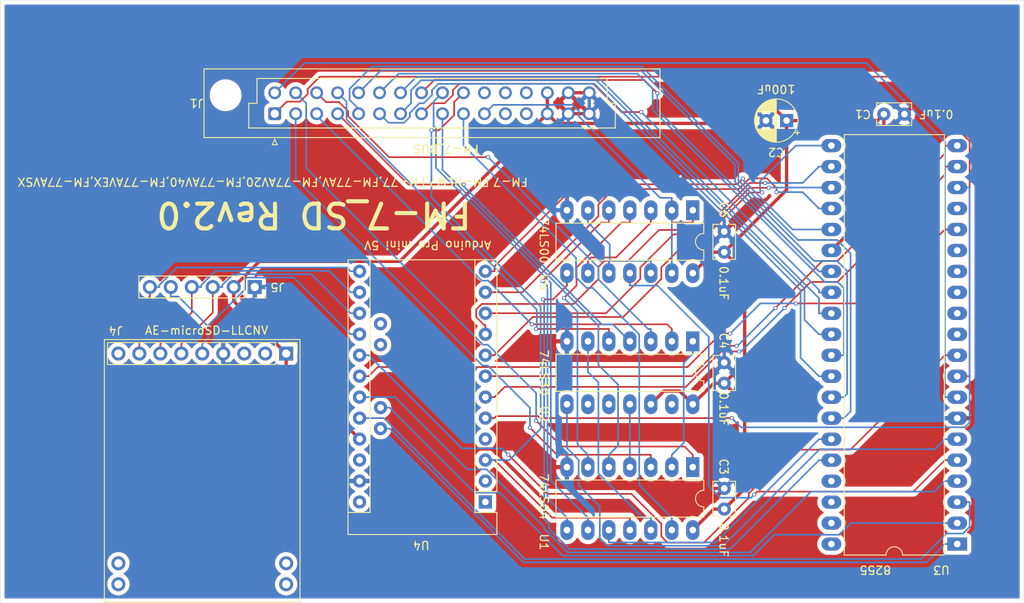
<source format=kicad_pcb>
(kicad_pcb (version 20171130) (host pcbnew "(5.1.9)-1")
  (layers (0 F.Cu signal) (31 B.Cu signal) (34 B.Paste user) (35 F.Paste user) (36 B.SilkS user hide) (37 F.SilkS user) (38 B.Mask user) (39 F.Mask user) (44 Edge.Cuts user))
  (net 0 "")
  (net 1 +5V)
  (net 2 GND)
  (net 3 "Net-(U3-Pad1)")
  (net 4 "Net-(U3-Pad2)")
  (net 5 "Net-(U3-Pad3)")
  (net 6 "Net-(U3-Pad4)")
  (net 7 "Net-(U3-Pad16)")
  (net 8 "Net-(U1-Pad2)")
  (net 9 "Net-(U1-Pad8)")
  (net 10 "Net-(U1-Pad12)")
  (net 11 "Net-(U1-Pad10)")
  (net 12 "Net-(U3-Pad21)")
  (net 13 "Net-(U3-Pad22)")
  (net 14 "Net-(U3-Pad23)")
  (net 15 "Net-(U3-Pad24)")
  (net 16 "Net-(U3-Pad25)")
  (net 17 "Net-(U3-Pad10)")
  (net 18 "Net-(U3-Pad18)")
  (net 19 "Net-(U3-Pad19)")
  (net 20 "Net-(U3-Pad20)")
  (net 21 "Net-(U1-Pad6)")
  (net 22 /SCK)
  (net 23 /MISO)
  (net 24 /MOSI)
  (net 25 /CS)
  (net 26 /AB0)
  (net 27 /AB2)
  (net 28 /AB4)
  (net 29 /AB6)
  (net 30 /DB0)
  (net 31 /DB2)
  (net 32 /DB4)
  (net 33 /DB6)
  (net 34 /EQ)
  (net 35 /EIOCS)
  (net 36 /ERW)
  (net 37 /AB1)
  (net 38 /AB3)
  (net 39 /AB5)
  (net 40 /AB7)
  (net 41 /DB1)
  (net 42 /DB3)
  (net 43 /DB5)
  (net 44 /DB7)
  (net 45 /EE)
  (net 46 /ERESET)
  (net 47 "Net-(U1-Pad4)")
  (net 48 "Net-(U3-Pad5)")
  (net 49 "Net-(U3-Pad36)")
  (net 50 "Net-(U5-Pad10)")
  (net 51 "Net-(U2-Pad8)")
  (net 52 "Net-(U5-Pad3)")
  (module Capacitor_THT:C_Rect_L4.0mm_W2.5mm_P2.50mm (layer F.Cu) (at 194.655 95.74)
    (fp_text reference C1 (at -2.54 0 180 unlocked) (layer F.SilkS))
    (fp_text value 0.1uF)
    (pad 1 thru_hole circle (at 0 0) (size 1.6 1.6) (drill 0.8) (layers *.Cu *.Mask) (net 1 +5V))
    (pad 2 thru_hole circle (at 2.5 0) (size 1.6 1.6) (drill 0.8) (layers *.Cu *.Mask) (net 2 GND))
  )
  (module Capacitor_THT:CP_Radial_D5.0mm_P2.50mm (layer F.Cu) (at 182.88 96.52 180)
    (fp_text reference C2 (at 1.27 -3.81 180 unlocked) (layer F.SilkS))
    (fp_text value 100uF)
    (pad 1 thru_hole rect (at 0 0 180) (size 1.6 1.6) (drill 0.8) (layers *.Cu *.Mask) (net 1 +5V))
    (pad 2 thru_hole circle (at 2.5 0 180) (size 1.6 1.6) (drill 0.8) (layers *.Cu *.Mask) (net 2 GND))
  )
  (module Capacitor_THT:C_Rect_L4.0mm_W2.5mm_P2.50mm (layer F.Cu) (at 175.325 143.575 90)
    (fp_text reference C3 (at 5.145 -0.065 270 unlocked) (layer F.SilkS))
    (fp_text value 0.1uF)
    (pad 2 thru_hole circle (at 2.5 0 90) (size 1.6 1.6) (drill 0.8) (layers *.Cu *.Mask) (net 2 GND))
    (pad 1 thru_hole circle (at 0 0 90) (size 1.6 1.6) (drill 0.8) (layers *.Cu *.Mask) (net 1 +5V))
  )
  (module Capacitor_THT:C_Rect_L4.0mm_W2.5mm_P2.50mm (layer F.Cu) (at 175.325 128.335 90)
    (fp_text reference C4 (at 5.145 -0.065 270 unlocked) (layer F.SilkS))
    (fp_text value 0.1uF)
    (pad 1 thru_hole circle (at 0 0 90) (size 1.6 1.6) (drill 0.8) (layers *.Cu *.Mask) (net 1 +5V))
    (pad 2 thru_hole circle (at 2.5 0 90) (size 1.6 1.6) (drill 0.8) (layers *.Cu *.Mask) (net 2 GND))
  )
  (module Capacitor_THT:C_Rect_L4.0mm_W2.5mm_P2.50mm (layer F.Cu) (at 175.325 112.46 90)
    (fp_text reference C6 (at 5.145 -0.065 270 unlocked) (layer F.SilkS))
    (fp_text value 0.1uF)
    (pad 1 thru_hole circle (at 0 0 90) (size 1.6 1.6) (drill 0.8) (layers *.Cu *.Mask) (net 1 +5V))
    (pad 2 thru_hole circle (at 2.5 0 90) (size 1.6 1.6) (drill 0.8) (layers *.Cu *.Mask) (net 2 GND))
  )
  (module FM-7_SD:AE-microSD-LLCNV (layer F.Cu) (at 101.945 124.739 90)
    (fp_text reference J4 (at 2.799 -0.315 180 unlocked) (layer F.SilkS))
    (fp_text value Micro_SD_Card_Kit)
    (fp_text user AE-microSD-LLCNV (at 2.799 10.685 unlocked) (layer F.SilkS))
    (pad 1 thru_hole rect (at 0 20.32 270) (size 1.7 1.7) (drill 1) (layers *.Cu *.Mask) (net 1 +5V))
    (pad 2 thru_hole oval (at 0 17.78 270) (size 1.7 1.7) (drill 1) (layers *.Cu *.Mask))
    (pad 3 thru_hole oval (at 0 15.24 270) (size 1.7 1.7) (drill 1) (layers *.Cu *.Mask))
    (pad 4 thru_hole oval (at 0 12.7 270) (size 1.7 1.7) (drill 1) (layers *.Cu *.Mask) (net 2 GND))
    (pad 5 thru_hole oval (at 0 10.16 270) (size 1.7 1.7) (drill 1) (layers *.Cu *.Mask) (net 22 /SCK))
    (pad 6 thru_hole oval (at 0 7.62 270) (size 1.7 1.7) (drill 1) (layers *.Cu *.Mask) (net 23 /MISO))
    (pad 7 thru_hole oval (at 0 5.08 270) (size 1.7 1.7) (drill 1) (layers *.Cu *.Mask) (net 24 /MOSI))
    (pad 8 thru_hole oval (at 0 2.54 270) (size 1.7 1.7) (drill 1) (layers *.Cu *.Mask) (net 25 /CS))
    (pad 9 thru_hole oval (at 0 0 270) (size 1.7 1.7) (drill 1) (layers *.Cu *.Mask))
    (pad "" thru_hole oval (at -27.94 0 90) (size 1.7 1.7) (drill 1) (layers *.Cu *.Mask))
    (pad "" thru_hole oval (at -25.4 0 90) (size 1.7 1.7) (drill 1) (layers *.Cu *.Mask))
    (pad "" thru_hole oval (at -27.94 20.32 90) (size 1.7 1.7) (drill 1) (layers *.Cu *.Mask))
    (pad "" thru_hole oval (at -25.4 20.32 90) (size 1.7 1.7) (drill 1) (layers *.Cu *.Mask))
  )
  (module Connector_PinSocket_2.54mm:PinSocket_1x06_P2.54mm_Vertical (layer F.Cu) (at 118.455 116.68 270)
    (fp_text reference J5 (at 0 -2.77 180 unlocked) (layer F.SilkS))
    (fp_text value "MicroSD Card Adapter")
    (pad 1 thru_hole rect (at 0 0 270) (size 1.7 1.7) (drill 1) (layers *.Cu *.Mask) (net 2 GND))
    (pad 2 thru_hole oval (at 0 2.54 270) (size 1.7 1.7) (drill 1) (layers *.Cu *.Mask) (net 1 +5V))
    (pad 3 thru_hole oval (at 0 5.08 270) (size 1.7 1.7) (drill 1) (layers *.Cu *.Mask) (net 23 /MISO))
    (pad 4 thru_hole oval (at 0 7.62 270) (size 1.7 1.7) (drill 1) (layers *.Cu *.Mask) (net 24 /MOSI))
    (pad 5 thru_hole oval (at 0 10.16 270) (size 1.7 1.7) (drill 1) (layers *.Cu *.Mask) (net 22 /SCK))
    (pad 6 thru_hole oval (at 0 12.7 270) (size 1.7 1.7) (drill 1) (layers *.Cu *.Mask) (net 25 /CS))
  )
  (module Package_DIP:DIP-14_W7.62mm_LongPads (layer F.Cu) (at 171.515 138.495 270)
    (fp_text reference U1 (at 9.065 18.025 270 unlocked) (layer F.SilkS))
    (fp_text value 74LS04)
    (pad 1 thru_hole rect (at 0 0 270) (size 2.4 1.6) (drill 0.8) (layers *.Cu *.Mask) (net 38 /AB3))
    (pad 8 thru_hole oval (at 7.62 15.24 270) (size 2.4 1.6) (drill 0.8) (layers *.Cu *.Mask) (net 9 "Net-(U1-Pad8)"))
    (pad 2 thru_hole oval (at 0 2.54 270) (size 2.4 1.6) (drill 0.8) (layers *.Cu *.Mask) (net 8 "Net-(U1-Pad2)"))
    (pad 9 thru_hole oval (at 7.62 12.7 270) (size 2.4 1.6) (drill 0.8) (layers *.Cu *.Mask) (net 45 /EE))
    (pad 3 thru_hole oval (at 0 5.08 270) (size 2.4 1.6) (drill 0.8) (layers *.Cu *.Mask) (net 27 /AB2))
    (pad 10 thru_hole oval (at 7.62 10.16 270) (size 2.4 1.6) (drill 0.8) (layers *.Cu *.Mask) (net 11 "Net-(U1-Pad10)"))
    (pad 4 thru_hole oval (at 0 7.62 270) (size 2.4 1.6) (drill 0.8) (layers *.Cu *.Mask) (net 47 "Net-(U1-Pad4)"))
    (pad 11 thru_hole oval (at 7.62 7.62 270) (size 2.4 1.6) (drill 0.8) (layers *.Cu *.Mask) (net 46 /ERESET))
    (pad 5 thru_hole oval (at 0 10.16 270) (size 2.4 1.6) (drill 0.8) (layers *.Cu *.Mask) (net 34 /EQ))
    (pad 12 thru_hole oval (at 7.62 5.08 270) (size 2.4 1.6) (drill 0.8) (layers *.Cu *.Mask) (net 10 "Net-(U1-Pad12)"))
    (pad 6 thru_hole oval (at 0 12.7 270) (size 2.4 1.6) (drill 0.8) (layers *.Cu *.Mask) (net 21 "Net-(U1-Pad6)"))
    (pad 13 thru_hole oval (at 7.62 2.54 270) (size 2.4 1.6) (drill 0.8) (layers *.Cu *.Mask) (net 35 /EIOCS))
    (pad 7 thru_hole oval (at 0 15.24 270) (size 2.4 1.6) (drill 0.8) (layers *.Cu *.Mask) (net 2 GND))
    (pad 14 thru_hole oval (at 7.62 0 270) (size 2.4 1.6) (drill 0.8) (layers *.Cu *.Mask) (net 1 +5V))
  )
  (module Package_DIP:DIP-14_W7.62mm_LongPads (layer F.Cu) (at 171.515 123.255 270)
    (fp_text reference U2 (at 8.805 18.025 270 unlocked) (layer F.SilkS))
    (fp_text value 74LS30)
    (pad 14 thru_hole oval (at 7.62 0 270) (size 2.4 1.6) (drill 0.8) (layers *.Cu *.Mask) (net 1 +5V))
    (pad 7 thru_hole oval (at 0 15.24 270) (size 2.4 1.6) (drill 0.8) (layers *.Cu *.Mask) (net 2 GND))
    (pad 13 thru_hole oval (at 7.62 2.54 270) (size 2.4 1.6) (drill 0.8) (layers *.Cu *.Mask))
    (pad 6 thru_hole oval (at 0 12.7 270) (size 2.4 1.6) (drill 0.8) (layers *.Cu *.Mask) (net 10 "Net-(U1-Pad12)"))
    (pad 12 thru_hole oval (at 7.62 5.08 270) (size 2.4 1.6) (drill 0.8) (layers *.Cu *.Mask) (net 1 +5V))
    (pad 5 thru_hole oval (at 0 10.16 270) (size 2.4 1.6) (drill 0.8) (layers *.Cu *.Mask) (net 40 /AB7))
    (pad 11 thru_hole oval (at 7.62 7.62 270) (size 2.4 1.6) (drill 0.8) (layers *.Cu *.Mask) (net 47 "Net-(U1-Pad4)"))
    (pad 4 thru_hole oval (at 0 7.62 270) (size 2.4 1.6) (drill 0.8) (layers *.Cu *.Mask) (net 29 /AB6))
    (pad 10 thru_hole oval (at 7.62 10.16 270) (size 2.4 1.6) (drill 0.8) (layers *.Cu *.Mask))
    (pad 3 thru_hole oval (at 0 5.08 270) (size 2.4 1.6) (drill 0.8) (layers *.Cu *.Mask) (net 39 /AB5))
    (pad 9 thru_hole oval (at 7.62 12.7 270) (size 2.4 1.6) (drill 0.8) (layers *.Cu *.Mask))
    (pad 2 thru_hole oval (at 0 2.54 270) (size 2.4 1.6) (drill 0.8) (layers *.Cu *.Mask) (net 28 /AB4))
    (pad 8 thru_hole oval (at 7.62 15.24 270) (size 2.4 1.6) (drill 0.8) (layers *.Cu *.Mask) (net 51 "Net-(U2-Pad8)"))
    (pad 1 thru_hole rect (at 0 0 270) (size 2.4 1.6) (drill 0.8) (layers *.Cu *.Mask) (net 8 "Net-(U1-Pad2)"))
  )
  (module Package_DIP:DIP-40_W15.24mm_LongPads (layer F.Cu) (at 203.545 147.81 180)
    (fp_text reference U3 (at 1.915 -3.13 180 unlocked) (layer F.SilkS))
    (fp_text value 8255)
    (pad 1 thru_hole rect (at 0 0 180) (size 2.4 1.6) (drill 0.8) (layers *.Cu *.Mask) (net 3 "Net-(U3-Pad1)"))
    (pad 21 thru_hole oval (at 15.24 48.26 180) (size 2.4 1.6) (drill 0.8) (layers *.Cu *.Mask) (net 12 "Net-(U3-Pad21)"))
    (pad 2 thru_hole oval (at 0 2.54 180) (size 2.4 1.6) (drill 0.8) (layers *.Cu *.Mask) (net 4 "Net-(U3-Pad2)"))
    (pad 22 thru_hole oval (at 15.24 45.72 180) (size 2.4 1.6) (drill 0.8) (layers *.Cu *.Mask) (net 13 "Net-(U3-Pad22)"))
    (pad 3 thru_hole oval (at 0 5.08 180) (size 2.4 1.6) (drill 0.8) (layers *.Cu *.Mask) (net 5 "Net-(U3-Pad3)"))
    (pad 23 thru_hole oval (at 15.24 43.18 180) (size 2.4 1.6) (drill 0.8) (layers *.Cu *.Mask) (net 14 "Net-(U3-Pad23)"))
    (pad 4 thru_hole oval (at 0 7.62 180) (size 2.4 1.6) (drill 0.8) (layers *.Cu *.Mask) (net 6 "Net-(U3-Pad4)"))
    (pad 24 thru_hole oval (at 15.24 40.64 180) (size 2.4 1.6) (drill 0.8) (layers *.Cu *.Mask) (net 15 "Net-(U3-Pad24)"))
    (pad 5 thru_hole oval (at 0 10.16 180) (size 2.4 1.6) (drill 0.8) (layers *.Cu *.Mask) (net 48 "Net-(U3-Pad5)"))
    (pad 25 thru_hole oval (at 15.24 38.1 180) (size 2.4 1.6) (drill 0.8) (layers *.Cu *.Mask) (net 16 "Net-(U3-Pad25)"))
    (pad 6 thru_hole oval (at 0 12.7 180) (size 2.4 1.6) (drill 0.8) (layers *.Cu *.Mask) (net 51 "Net-(U2-Pad8)"))
    (pad 26 thru_hole oval (at 15.24 35.56 180) (size 2.4 1.6) (drill 0.8) (layers *.Cu *.Mask) (net 1 +5V))
    (pad 7 thru_hole oval (at 0 15.24 180) (size 2.4 1.6) (drill 0.8) (layers *.Cu *.Mask) (net 2 GND))
    (pad 27 thru_hole oval (at 15.24 33.02 180) (size 2.4 1.6) (drill 0.8) (layers *.Cu *.Mask) (net 44 /DB7))
    (pad 8 thru_hole oval (at 0 17.78 180) (size 2.4 1.6) (drill 0.8) (layers *.Cu *.Mask) (net 37 /AB1))
    (pad 28 thru_hole oval (at 15.24 30.48 180) (size 2.4 1.6) (drill 0.8) (layers *.Cu *.Mask) (net 33 /DB6))
    (pad 9 thru_hole oval (at 0 20.32 180) (size 2.4 1.6) (drill 0.8) (layers *.Cu *.Mask) (net 26 /AB0))
    (pad 29 thru_hole oval (at 15.24 27.94 180) (size 2.4 1.6) (drill 0.8) (layers *.Cu *.Mask) (net 43 /DB5))
    (pad 10 thru_hole oval (at 0 22.86 180) (size 2.4 1.6) (drill 0.8) (layers *.Cu *.Mask) (net 17 "Net-(U3-Pad10)"))
    (pad 30 thru_hole oval (at 15.24 25.4 180) (size 2.4 1.6) (drill 0.8) (layers *.Cu *.Mask) (net 32 /DB4))
    (pad 11 thru_hole oval (at 0 25.4 180) (size 2.4 1.6) (drill 0.8) (layers *.Cu *.Mask))
    (pad 31 thru_hole oval (at 15.24 22.86 180) (size 2.4 1.6) (drill 0.8) (layers *.Cu *.Mask) (net 42 /DB3))
    (pad 12 thru_hole oval (at 0 27.94 180) (size 2.4 1.6) (drill 0.8) (layers *.Cu *.Mask))
    (pad 32 thru_hole oval (at 15.24 20.32 180) (size 2.4 1.6) (drill 0.8) (layers *.Cu *.Mask) (net 31 /DB2))
    (pad 13 thru_hole oval (at 0 30.48 180) (size 2.4 1.6) (drill 0.8) (layers *.Cu *.Mask))
    (pad 33 thru_hole oval (at 15.24 17.78 180) (size 2.4 1.6) (drill 0.8) (layers *.Cu *.Mask) (net 41 /DB1))
    (pad 14 thru_hole oval (at 0 33.02 180) (size 2.4 1.6) (drill 0.8) (layers *.Cu *.Mask))
    (pad 34 thru_hole oval (at 15.24 15.24 180) (size 2.4 1.6) (drill 0.8) (layers *.Cu *.Mask) (net 30 /DB0))
    (pad 15 thru_hole oval (at 0 35.56 180) (size 2.4 1.6) (drill 0.8) (layers *.Cu *.Mask))
    (pad 35 thru_hole oval (at 15.24 12.7 180) (size 2.4 1.6) (drill 0.8) (layers *.Cu *.Mask) (net 11 "Net-(U1-Pad10)"))
    (pad 16 thru_hole oval (at 0 38.1 180) (size 2.4 1.6) (drill 0.8) (layers *.Cu *.Mask) (net 7 "Net-(U3-Pad16)"))
    (pad 36 thru_hole oval (at 15.24 10.16 180) (size 2.4 1.6) (drill 0.8) (layers *.Cu *.Mask) (net 49 "Net-(U3-Pad36)"))
    (pad 17 thru_hole oval (at 0 40.64 180) (size 2.4 1.6) (drill 0.8) (layers *.Cu *.Mask))
    (pad 37 thru_hole oval (at 15.24 7.62 180) (size 2.4 1.6) (drill 0.8) (layers *.Cu *.Mask))
    (pad 18 thru_hole oval (at 0 43.18 180) (size 2.4 1.6) (drill 0.8) (layers *.Cu *.Mask) (net 18 "Net-(U3-Pad18)"))
    (pad 38 thru_hole oval (at 15.24 5.08 180) (size 2.4 1.6) (drill 0.8) (layers *.Cu *.Mask))
    (pad 19 thru_hole oval (at 0 45.72 180) (size 2.4 1.6) (drill 0.8) (layers *.Cu *.Mask) (net 19 "Net-(U3-Pad19)"))
    (pad 39 thru_hole oval (at 15.24 2.54 180) (size 2.4 1.6) (drill 0.8) (layers *.Cu *.Mask))
    (pad 20 thru_hole oval (at 0 48.26 180) (size 2.4 1.6) (drill 0.8) (layers *.Cu *.Mask) (net 20 "Net-(U3-Pad20)"))
    (pad 40 thru_hole oval (at 15.24 0 180) (size 2.4 1.6) (drill 0.8) (layers *.Cu *.Mask))
  )
  (module FM-7_SD:Arduino_Pro_Mini (layer F.Cu) (at 146.395 142.715 180)
    (fp_text reference U4 (at 7.765 -5.225 180 unlocked) (layer F.SilkS))
    (fp_text value Arduino_Pro_Mini_5V)
    (pad 1 thru_hole rect (at 0 0 180) (size 1.6 1.6) (drill 0.8) (layers *.Cu *.Mask))
    (pad 2 thru_hole oval (at 0 2.54 180) (size 1.6 1.6) (drill 0.8) (layers *.Cu *.Mask))
    (pad 3 thru_hole oval (at 0 5.08 180) (size 1.6 1.6) (drill 0.8) (layers *.Cu *.Mask) (net 46 /ERESET))
    (pad 13 thru_hole oval (at 15.24 27.94 180) (size 1.6 1.6) (drill 0.8) (layers *.Cu *.Mask) (net 25 /CS))
    (pad 4 thru_hole oval (at 0 7.62 180) (size 1.6 1.6) (drill 0.8) (layers *.Cu *.Mask))
    (pad 14 thru_hole oval (at 15.24 25.4 180) (size 1.6 1.6) (drill 0.8) (layers *.Cu *.Mask) (net 24 /MOSI))
    (pad 5 thru_hole oval (at 0 10.16 180) (size 1.6 1.6) (drill 0.8) (layers *.Cu *.Mask) (net 18 "Net-(U3-Pad18)"))
    (pad 15 thru_hole oval (at 15.24 22.86 180) (size 1.6 1.6) (drill 0.8) (layers *.Cu *.Mask) (net 23 /MISO))
    (pad 6 thru_hole oval (at 0 12.7 180) (size 1.6 1.6) (drill 0.8) (layers *.Cu *.Mask) (net 19 "Net-(U3-Pad19)"))
    (pad 16 thru_hole oval (at 15.24 20.32 180) (size 1.6 1.6) (drill 0.8) (layers *.Cu *.Mask) (net 22 /SCK))
    (pad 7 thru_hole oval (at 0 15.24 180) (size 1.6 1.6) (drill 0.8) (layers *.Cu *.Mask) (net 20 "Net-(U3-Pad20)"))
    (pad 17 thru_hole oval (at 15.24 17.78 180) (size 1.6 1.6) (drill 0.8) (layers *.Cu *.Mask) (net 17 "Net-(U3-Pad10)"))
    (pad 8 thru_hole oval (at 0 17.78 180) (size 1.6 1.6) (drill 0.8) (layers *.Cu *.Mask) (net 12 "Net-(U3-Pad21)"))
    (pad 18 thru_hole oval (at 15.24 15.24 180) (size 1.6 1.6) (drill 0.8) (layers *.Cu *.Mask) (net 7 "Net-(U3-Pad16)"))
    (pad 9 thru_hole oval (at 0 20.32 180) (size 1.6 1.6) (drill 0.8) (layers *.Cu *.Mask) (net 13 "Net-(U3-Pad22)"))
    (pad 19 thru_hole oval (at 15.24 12.7 180) (size 1.6 1.6) (drill 0.8) (layers *.Cu *.Mask) (net 6 "Net-(U3-Pad4)"))
    (pad 10 thru_hole oval (at 0 22.86 180) (size 1.6 1.6) (drill 0.8) (layers *.Cu *.Mask) (net 14 "Net-(U3-Pad23)"))
    (pad 20 thru_hole oval (at 15.24 10.16 180) (size 1.6 1.6) (drill 0.8) (layers *.Cu *.Mask) (net 5 "Net-(U3-Pad3)"))
    (pad 11 thru_hole oval (at 0 25.4 180) (size 1.6 1.6) (drill 0.8) (layers *.Cu *.Mask) (net 15 "Net-(U3-Pad24)"))
    (pad 21 thru_hole oval (at 15.24 7.62 180) (size 1.6 1.6) (drill 0.8) (layers *.Cu *.Mask) (net 1 +5V))
    (pad 12 thru_hole oval (at 0 27.94 180) (size 1.6 1.6) (drill 0.8) (layers *.Cu *.Mask) (net 16 "Net-(U3-Pad25)"))
    (pad 22 thru_hole oval (at 15.24 5.08 180) (size 1.6 1.6) (drill 0.8) (layers *.Cu *.Mask))
    (pad 23 thru_hole oval (at 15.24 2.54 180) (size 1.6 1.6) (drill 0.8) (layers *.Cu *.Mask) (net 2 GND))
    (pad 24 thru_hole oval (at 15.24 0 180) (size 1.6 1.6) (drill 0.8) (layers *.Cu *.Mask))
    (pad A5 thru_hole oval (at 12.7 8.89 180) (size 1.6 1.6) (drill 0.8) (layers *.Cu *.Mask) (net 3 "Net-(U3-Pad1)"))
    (pad A4 thru_hole oval (at 12.7 11.43 180) (size 1.6 1.6) (drill 0.8) (layers *.Cu *.Mask) (net 4 "Net-(U3-Pad2)"))
    (pad A7 thru_hole oval (at 12.7 19.05 180) (size 1.6 1.6) (drill 0.8) (layers *.Cu *.Mask))
    (pad A6 thru_hole oval (at 12.7 21.59 180) (size 1.6 1.6) (drill 0.8) (layers *.Cu *.Mask))
  )
  (module Package_DIP:DIP-14_W7.62mm_LongPads (layer F.Cu) (at 171.515 107.38 270)
    (fp_text reference U5 (at 8.68 18.025 270 unlocked) (layer F.SilkS))
    (fp_text value 74LS00)
    (pad 14 thru_hole oval (at 7.62 0 270) (size 2.4 1.6) (drill 0.8) (layers *.Cu *.Mask) (net 1 +5V))
    (pad 7 thru_hole oval (at 0 15.24 270) (size 2.4 1.6) (drill 0.8) (layers *.Cu *.Mask) (net 2 GND))
    (pad 13 thru_hole oval (at 7.62 2.54 270) (size 2.4 1.6) (drill 0.8) (layers *.Cu *.Mask) (net 36 /ERW))
    (pad 6 thru_hole oval (at 0 12.7 270) (size 2.4 1.6) (drill 0.8) (layers *.Cu *.Mask) (net 50 "Net-(U5-Pad10)"))
    (pad 12 thru_hole oval (at 7.62 5.08 270) (size 2.4 1.6) (drill 0.8) (layers *.Cu *.Mask) (net 50 "Net-(U5-Pad10)"))
    (pad 5 thru_hole oval (at 0 10.16 270) (size 2.4 1.6) (drill 0.8) (layers *.Cu *.Mask) (net 9 "Net-(U1-Pad8)"))
    (pad 11 thru_hole oval (at 7.62 7.62 270) (size 2.4 1.6) (drill 0.8) (layers *.Cu *.Mask) (net 48 "Net-(U3-Pad5)"))
    (pad 4 thru_hole oval (at 0 7.62 270) (size 2.4 1.6) (drill 0.8) (layers *.Cu *.Mask) (net 21 "Net-(U1-Pad6)"))
    (pad 10 thru_hole oval (at 7.62 10.16 270) (size 2.4 1.6) (drill 0.8) (layers *.Cu *.Mask) (net 50 "Net-(U5-Pad10)"))
    (pad 3 thru_hole oval (at 0 5.08 270) (size 2.4 1.6) (drill 0.8) (layers *.Cu *.Mask) (net 52 "Net-(U5-Pad3)"))
    (pad 9 thru_hole oval (at 7.62 12.7 270) (size 2.4 1.6) (drill 0.8) (layers *.Cu *.Mask) (net 52 "Net-(U5-Pad3)"))
    (pad 2 thru_hole oval (at 0 2.54 270) (size 2.4 1.6) (drill 0.8) (layers *.Cu *.Mask) (net 36 /ERW))
    (pad 8 thru_hole oval (at 7.62 15.24 270) (size 2.4 1.6) (drill 0.8) (layers *.Cu *.Mask) (net 49 "Net-(U3-Pad36)"))
    (pad 1 thru_hole rect (at 0 0 270) (size 2.4 1.6) (drill 0.8) (layers *.Cu *.Mask) (net 36 /ERW))
  )
  (module Connector_DIN:DIN41612_B2_2x16_Female_Vertical_THT (layer F.Cu) (at 120.88 95.69 90)
    (fp_text reference J1 (at 1.27 -9.45 180 unlocked) (layer F.SilkS))
    (fp_text value FM-7_BUS)
    (pad a1 thru_hole roundrect (at 0 0 90) (size 1.55 1.55) (drill 1) (layers *.Cu *.Mask) (roundrect_rratio 0.16129) (net 26 /AB0))
    (pad a2 thru_hole circle (at 0 2.54 90) (size 1.55 1.55) (drill 1) (layers *.Cu *.Mask) (net 27 /AB2))
    (pad a3 thru_hole circle (at 0 5.08 90) (size 1.55 1.55) (drill 1) (layers *.Cu *.Mask) (net 28 /AB4))
    (pad a4 thru_hole circle (at 0 7.62 90) (size 1.55 1.55) (drill 1) (layers *.Cu *.Mask) (net 29 /AB6))
    (pad a5 thru_hole circle (at 0 10.16 90) (size 1.55 1.55) (drill 1) (layers *.Cu *.Mask) (net 30 /DB0))
    (pad a6 thru_hole circle (at 0 12.7 90) (size 1.55 1.55) (drill 1) (layers *.Cu *.Mask) (net 31 /DB2))
    (pad a7 thru_hole circle (at 0 15.24 90) (size 1.55 1.55) (drill 1) (layers *.Cu *.Mask) (net 32 /DB4))
    (pad a8 thru_hole circle (at 0 17.78 90) (size 1.55 1.55) (drill 1) (layers *.Cu *.Mask) (net 33 /DB6))
    (pad a9 thru_hole circle (at 0 20.32 90) (size 1.55 1.55) (drill 1) (layers *.Cu *.Mask) (net 34 /EQ))
    (pad a10 thru_hole circle (at 0 22.86 90) (size 1.55 1.55) (drill 1) (layers *.Cu *.Mask) (net 35 /EIOCS))
    (pad a11 thru_hole circle (at 0 25.4 90) (size 1.55 1.55) (drill 1) (layers *.Cu *.Mask) (net 36 /ERW))
    (pad a12 thru_hole circle (at 0 27.94 90) (size 1.55 1.55) (drill 1) (layers *.Cu *.Mask))
    (pad a13 thru_hole circle (at 0 30.48 90) (size 1.55 1.55) (drill 1) (layers *.Cu *.Mask))
    (pad a14 thru_hole circle (at 0 33.02 90) (size 1.55 1.55) (drill 1) (layers *.Cu *.Mask) (net 1 +5V))
    (pad a15 thru_hole circle (at 0 35.56 90) (size 1.55 1.55) (drill 1) (layers *.Cu *.Mask) (net 2 GND))
    (pad a16 thru_hole circle (at 0 38.1 90) (size 1.55 1.55) (drill 1) (layers *.Cu *.Mask) (net 2 GND))
    (pad b1 thru_hole circle (at 2.54 0 90) (size 1.55 1.55) (drill 1) (layers *.Cu *.Mask) (net 37 /AB1))
    (pad b2 thru_hole circle (at 2.54 2.54 90) (size 1.55 1.55) (drill 1) (layers *.Cu *.Mask) (net 38 /AB3))
    (pad b3 thru_hole circle (at 2.54 5.08 90) (size 1.55 1.55) (drill 1) (layers *.Cu *.Mask) (net 39 /AB5))
    (pad b4 thru_hole circle (at 2.54 7.62 90) (size 1.55 1.55) (drill 1) (layers *.Cu *.Mask) (net 40 /AB7))
    (pad b5 thru_hole circle (at 2.54 10.16 90) (size 1.55 1.55) (drill 1) (layers *.Cu *.Mask) (net 41 /DB1))
    (pad b6 thru_hole circle (at 2.54 12.7 90) (size 1.55 1.55) (drill 1) (layers *.Cu *.Mask) (net 42 /DB3))
    (pad b7 thru_hole circle (at 2.54 15.24 90) (size 1.55 1.55) (drill 1) (layers *.Cu *.Mask) (net 43 /DB5))
    (pad b8 thru_hole circle (at 2.54 17.78 90) (size 1.55 1.55) (drill 1) (layers *.Cu *.Mask) (net 44 /DB7))
    (pad b9 thru_hole circle (at 2.54 20.32 90) (size 1.55 1.55) (drill 1) (layers *.Cu *.Mask) (net 45 /EE))
    (pad b10 thru_hole circle (at 2.54 22.86 90) (size 1.55 1.55) (drill 1) (layers *.Cu *.Mask) (net 46 /ERESET))
    (pad b11 thru_hole circle (at 2.54 25.4 90) (size 1.55 1.55) (drill 1) (layers *.Cu *.Mask))
    (pad b12 thru_hole circle (at 2.54 27.94 90) (size 1.55 1.55) (drill 1) (layers *.Cu *.Mask))
    (pad b13 thru_hole circle (at 2.54 30.48 90) (size 1.55 1.55) (drill 1) (layers *.Cu *.Mask))
    (pad b14 thru_hole circle (at 2.54 33.02 90) (size 1.55 1.55) (drill 1) (layers *.Cu *.Mask) (net 1 +5V))
    (pad b15 thru_hole circle (at 2.54 35.56 90) (size 1.55 1.55) (drill 1) (layers *.Cu *.Mask) (net 2 GND))
    (pad b16 thru_hole circle (at 2.54 38.1 90) (size 1.55 1.55) (drill 1) (layers *.Cu *.Mask) (net 2 GND))
    (pad "" np_thru_hole circle (at 2.24 -5.95 90) (size 2.85 2.85) (drill 2.85) (layers *.Cu *.Mask))
    (pad "" np_thru_hole circle (at 2.24 44.05 90) (size 2.85 2.85) (drill 2.85) (layers *.Cu *.Mask))
  )
  (gr_text FM-7,FM-NEW7,FM-77,FM-77AV,FM-77AV20,FM-77AV40,FM-77AVEX,FM-77AVSX (at 120.63 103.94 180) (layer F.SilkS) (effects (font (size 1 1))))
  (gr_line (start 211.63 154.94) (end 211.63 81.94) (layer Edge.Cuts) (width 0.05))
  (gr_line (start 87.63 81.94) (end 87.63 154.94) (layer Edge.Cuts) (width 0.05))
  (gr_line (start 211.63 81.94) (end 87.63 81.94) (layer Edge.Cuts) (width 0.05))
  (gr_line (start 87.63 154.94) (end 211.63 154.94) (layer Edge.Cuts) (width 0.05))
  (gr_text "FM-7_SD Rev2.0" (at 125.63 107.94 180) (layer F.SilkS) (effects (font (size 3 3) (thickness 0.5))))
  (gr_text FM-7_BUS (at 141.63 99.94 180) (layer F.SilkS) (effects (font (size 1 1))))
  (gr_text "Arduino Pro mini 5V" (at 139.41 111.6 180) (layer F.SilkS) (effects (font (size 1 1))))
  (gr_text 8255 (at 193.63 150.94 180) (layer F.SilkS) (effects (font (size 1 1))))
  (gr_text 100uF (at 181.61 92.71 180) (layer F.SilkS) (effects (font (size 1 1))))
  (gr_text 0.1uF (at 201.005 95.74 180) (layer F.SilkS) (effects (font (size 1 1))))
  (gr_text 74LS04 (at 153.49 142.06 -90) (layer F.SilkS) (effects (font (size 1 1))))
  (gr_text 0.1uF (at 175.26 147.32 -90) (layer F.SilkS) (effects (font (size 1 1))))
  (gr_text 74LS30 (at 153.49 127.06 -90) (layer F.SilkS) (effects (font (size 1 1))))
  (gr_text 0.1uF (at 175.26 131.445 -90) (layer F.SilkS) (effects (font (size 1 1))))
  (gr_text 74LS00 (at 153.49 111.06 -90) (layer F.SilkS) (effects (font (size 1 1))))
  (gr_text 0.1uF (at 175.26 116.205 -90) (layer F.SilkS) (effects (font (size 1 1))))
  (segment (start 115.915 116.68) (end 119.02 113.575) (width 0.4) (layer F.Cu) (net 1))
  (segment (start 119.02 113.575) (end 136.015 113.575) (width 0.4) (layer F.Cu) (net 1))
  (segment (start 136.015 113.575) (end 153.9 95.69) (width 0.4) (layer F.Cu) (net 1))
  (segment (start 122.265 124.739) (end 122.265 126.205) (width 0.4) (layer F.Cu) (net 1))
  (segment (start 122.265 126.205) (end 131.155 135.095) (width 0.4) (layer F.Cu) (net 1))
  (segment (start 115.915 116.68) (end 115.915 118.389) (width 0.4) (layer F.Cu) (net 1))
  (segment (start 115.915 118.389) (end 122.265 124.739) (width 0.4) (layer F.Cu) (net 1))
  (segment (start 175.325 128.335) (end 177.8 130.81) (width 0.4) (layer F.Cu) (net 1))
  (segment (start 177.8 130.81) (end 177.8 141.1) (width 0.4) (layer F.Cu) (net 1))
  (segment (start 177.8 141.1) (end 175.325 143.575) (width 0.4) (layer F.Cu) (net 1))
  (segment (start 175.325 112.46) (end 177.8 114.935) (width 0.4) (layer F.Cu) (net 1))
  (segment (start 177.8 114.935) (end 177.8 125.86) (width 0.4) (layer F.Cu) (net 1))
  (segment (start 177.8 125.86) (end 175.325 128.335) (width 0.4) (layer F.Cu) (net 1))
  (segment (start 182.88 96.52) (end 182.88 104.905) (width 0.4) (layer F.Cu) (net 1))
  (segment (start 182.88 104.905) (end 175.325 112.46) (width 0.4) (layer F.Cu) (net 1))
  (segment (start 182.88 96.52) (end 193.875 96.52) (width 0.4) (layer F.Cu) (net 1))
  (segment (start 193.875 96.52) (end 194.655 95.74) (width 0.4) (layer F.Cu) (net 1))
  (segment (start 194.655 95.74) (end 194.655 105.9) (width 0.4) (layer F.Cu) (net 1))
  (segment (start 194.655 105.9) (end 188.305 112.25) (width 0.4) (layer F.Cu) (net 1))
  (segment (start 153.9 95.69) (end 153.9 93.15) (width 0.4) (layer F.Cu) (net 1))
  (segment (start 182.88 96.52) (end 181.68 95.32) (width 0.4) (layer F.Cu) (net 1))
  (segment (start 181.68 95.32) (end 179.804 95.32) (width 0.4) (layer F.Cu) (net 1))
  (segment (start 179.804 95.32) (end 178.259 96.865) (width 0.4) (layer F.Cu) (net 1))
  (segment (start 178.259 96.865) (end 155.075 96.865) (width 0.4) (layer F.Cu) (net 1))
  (segment (start 155.075 96.865) (end 153.9 95.69) (width 0.4) (layer F.Cu) (net 1))
  (segment (start 171.515 130.875) (end 169.915 129.275) (width 0.4) (layer F.Cu) (net 1))
  (segment (start 169.915 129.275) (end 168.035 129.275) (width 0.4) (layer F.Cu) (net 1))
  (segment (start 168.035 129.275) (end 166.435 130.875) (width 0.4) (layer F.Cu) (net 1))
  (segment (start 175.325 143.575) (end 174.055 143.575) (width 0.4) (layer F.Cu) (net 1))
  (segment (start 174.055 143.575) (end 171.515 146.115) (width 0.4) (layer F.Cu) (net 1))
  (segment (start 175.325 128.335) (end 174.055 128.335) (width 0.4) (layer F.Cu) (net 1))
  (segment (start 174.055 128.335) (end 171.515 130.875) (width 0.4) (layer F.Cu) (net 1))
  (segment (start 175.325 112.46) (end 174.055 112.46) (width 0.4) (layer F.Cu) (net 1))
  (segment (start 174.055 112.46) (end 171.515 115) (width 0.4) (layer F.Cu) (net 1))
  (segment (start 203.545 132.57) (end 201.9447 132.57) (width 0.4) (layer B.Cu) (net 2))
  (segment (start 195.4639 97.7204) (end 195.4639 97.4311) (width 0.4) (layer B.Cu) (net 2))
  (segment (start 195.4639 97.4311) (end 197.155 95.74) (width 0.4) (layer B.Cu) (net 2))
  (segment (start 201.9447 132.57) (end 195.4639 126.0892) (width 0.4) (layer B.Cu) (net 2))
  (segment (start 195.4639 126.0892) (end 195.4639 97.7204) (width 0.4) (layer B.Cu) (net 2))
  (segment (start 180.38 96.52) (end 181.5804 97.7204) (width 0.4) (layer B.Cu) (net 2))
  (segment (start 181.5804 97.7204) (end 195.4639 97.7204) (width 0.4) (layer B.Cu) (net 2))
  (segment (start 175.325 109.96) (end 176.527 111.162) (width 0.4) (layer B.Cu) (net 2))
  (segment (start 176.527 111.162) (end 176.527 119.2834) (width 0.4) (layer B.Cu) (net 2))
  (segment (start 176.527 119.2834) (end 175.325 120.4854) (width 0.4) (layer B.Cu) (net 2))
  (segment (start 175.325 120.4854) (end 175.325 125.835) (width 0.4) (layer B.Cu) (net 2))
  (segment (start 170.02 103.282) (end 175.325 108.587) (width 0.4) (layer B.Cu) (net 2))
  (segment (start 175.325 108.587) (end 175.325 109.96) (width 0.4) (layer B.Cu) (net 2))
  (segment (start 158.98 95.69) (end 166.5719 103.2819) (width 0.4) (layer B.Cu) (net 2))
  (segment (start 166.5719 103.2819) (end 170.02 103.2819) (width 0.4) (layer B.Cu) (net 2))
  (segment (start 170.02 103.2819) (end 170.02 103.282) (width 0.4) (layer B.Cu) (net 2))
  (segment (start 180.38 96.52) (end 173.618 103.282) (width 0.4) (layer F.Cu) (net 2))
  (segment (start 173.618 103.282) (end 170.02 103.282) (width 0.4) (layer F.Cu) (net 2))
  (segment (start 158.98 93.15) (end 158.98 95.69) (width 0.4) (layer B.Cu) (net 2))
  (segment (start 131.155 140.175) (end 132.3553 140.175) (width 0.4) (layer F.Cu) (net 2))
  (segment (start 132.3553 140.175) (end 136.2346 136.2957) (width 0.4) (layer F.Cu) (net 2))
  (segment (start 136.2346 136.2957) (end 151.1988 136.2957) (width 0.4) (layer F.Cu) (net 2))
  (segment (start 151.1988 136.2957) (end 153.3981 138.495) (width 0.4) (layer F.Cu) (net 2))
  (segment (start 153.3981 138.495) (end 156.275 138.495) (width 0.4) (layer F.Cu) (net 2))
  (segment (start 156.275 138.495) (end 156.275 140.0953) (width 0.4) (layer F.Cu) (net 2))
  (segment (start 175.325 141.075) (end 157.2547 141.075) (width 0.4) (layer F.Cu) (net 2))
  (segment (start 157.2547 141.075) (end 156.275 140.0953) (width 0.4) (layer F.Cu) (net 2))
  (segment (start 114.645 124.739) (end 114.645 123.4887) (width 0.4) (layer B.Cu) (net 2))
  (segment (start 118.455 116.68) (end 118.455 119.6787) (width 0.4) (layer B.Cu) (net 2))
  (segment (start 118.455 119.6787) (end 114.645 123.4887) (width 0.4) (layer B.Cu) (net 2))
  (segment (start 175.325 125.835) (end 174.1246 127.0354) (width 0.4) (layer B.Cu) (net 2))
  (segment (start 174.1246 127.0354) (end 174.1246 139.8746) (width 0.4) (layer B.Cu) (net 2))
  (segment (start 174.1246 139.8746) (end 175.325 141.075) (width 0.4) (layer B.Cu) (net 2))
  (segment (start 156.275 123.255) (end 156.275 124.8553) (width 0.4) (layer B.Cu) (net 2))
  (segment (start 156.275 138.495) (end 156.275 136.8947) (width 0.4) (layer B.Cu) (net 2))
  (segment (start 156.275 136.8947) (end 155.0671 135.6868) (width 0.4) (layer B.Cu) (net 2))
  (segment (start 155.0671 135.6868) (end 155.0671 126.0632) (width 0.4) (layer B.Cu) (net 2))
  (segment (start 155.0671 126.0632) (end 156.275 124.8553) (width 0.4) (layer B.Cu) (net 2))
  (segment (start 156.275 107.38) (end 156.275 105.7797) (width 0.4) (layer B.Cu) (net 2))
  (segment (start 156.44 95.69) (end 156.44 105.6147) (width 0.4) (layer B.Cu) (net 2))
  (segment (start 156.44 105.6147) (end 156.275 105.7797) (width 0.4) (layer B.Cu) (net 2))
  (segment (start 114.645 124.739) (end 114.645 125.9893) (width 0.4) (layer B.Cu) (net 2))
  (segment (start 131.155 140.175) (end 129.9547 140.175) (width 0.4) (layer B.Cu) (net 2))
  (segment (start 129.9547 140.175) (end 115.769 125.9893) (width 0.4) (layer B.Cu) (net 2))
  (segment (start 115.769 125.9893) (end 114.645 125.9893) (width 0.4) (layer B.Cu) (net 2))
  (segment (start 158.98 95.69) (end 156.44 95.69) (width 0.4) (layer F.Cu) (net 2))
  (segment (start 158.98 93.15) (end 156.44 93.15) (width 0.4) (layer F.Cu) (net 2))
  (via (at 170.02 103.282) (size 0.5) (layers F.Cu B.Cu) (net 2))
  (segment (start 134.7953 133.825) (end 150.9925 150.0222) (width 0.2) (layer B.Cu) (net 3))
  (segment (start 150.9925 150.0222) (end 199.8325 150.0222) (width 0.2) (layer B.Cu) (net 3))
  (segment (start 199.8325 150.0222) (end 202.0447 147.81) (width 0.2) (layer B.Cu) (net 3))
  (segment (start 203.545 147.81) (end 202.0447 147.81) (width 0.2) (layer B.Cu) (net 3))
  (segment (start 133.695 133.825) (end 134.7953 133.825) (width 0.2) (layer B.Cu) (net 3))
  (segment (start 134.7953 131.285) (end 145.0969 141.5866) (width 0.2) (layer B.Cu) (net 4))
  (segment (start 145.0969 141.5866) (end 148.1463 141.5866) (width 0.2) (layer B.Cu) (net 4))
  (segment (start 148.1463 141.5866) (end 155.7813 149.2216) (width 0.2) (layer B.Cu) (net 4))
  (segment (start 155.7813 149.2216) (end 178.8407 149.2216) (width 0.2) (layer B.Cu) (net 4))
  (segment (start 178.8407 149.2216) (end 181.3807 146.6816) (width 0.2) (layer B.Cu) (net 4))
  (segment (start 181.3807 146.6816) (end 189.2632 146.6816) (width 0.2) (layer B.Cu) (net 4))
  (segment (start 189.2632 146.6816) (end 190.6748 145.27) (width 0.2) (layer B.Cu) (net 4))
  (segment (start 190.6748 145.27) (end 203.545 145.27) (width 0.2) (layer B.Cu) (net 4))
  (segment (start 133.695 131.285) (end 134.7953 131.285) (width 0.2) (layer B.Cu) (net 4))
  (segment (start 131.155 132.555) (end 134.0916 132.555) (width 0.2) (layer B.Cu) (net 5))
  (segment (start 134.0916 132.555) (end 151.1585 149.6219) (width 0.2) (layer B.Cu) (net 5))
  (segment (start 151.1585 149.6219) (end 199.1628 149.6219) (width 0.2) (layer B.Cu) (net 5))
  (segment (start 199.1628 149.6219) (end 202.2449 146.5398) (width 0.2) (layer B.Cu) (net 5))
  (segment (start 202.2449 146.5398) (end 204.2386 146.5398) (width 0.2) (layer B.Cu) (net 5))
  (segment (start 204.2386 146.5398) (end 205.0453 145.7331) (width 0.2) (layer B.Cu) (net 5))
  (segment (start 205.0453 145.7331) (end 205.0453 142.73) (width 0.2) (layer B.Cu) (net 5))
  (segment (start 203.545 142.73) (end 205.0453 142.73) (width 0.2) (layer B.Cu) (net 5))
  (segment (start 203.545 140.19) (end 202.0447 140.19) (width 0.2) (layer B.Cu) (net 6))
  (segment (start 131.155 130.015) (end 135.4549 130.015) (width 0.2) (layer B.Cu) (net 6))
  (segment (start 135.4549 130.015) (end 144.2032 138.7633) (width 0.2) (layer B.Cu) (net 6))
  (segment (start 144.2032 138.7633) (end 146.5459 138.7633) (width 0.2) (layer B.Cu) (net 6))
  (segment (start 146.5459 138.7633) (end 153.5172 145.7346) (width 0.2) (layer B.Cu) (net 6))
  (segment (start 153.5172 145.7346) (end 153.5172 145.968) (width 0.2) (layer B.Cu) (net 6))
  (segment (start 153.5172 145.968) (end 156.3705 148.8213) (width 0.2) (layer B.Cu) (net 6))
  (segment (start 156.3705 148.8213) (end 178.4746 148.8213) (width 0.2) (layer B.Cu) (net 6))
  (segment (start 178.4746 148.8213) (end 185.8359 141.46) (width 0.2) (layer B.Cu) (net 6))
  (segment (start 185.8359 141.46) (end 200.7747 141.46) (width 0.2) (layer B.Cu) (net 6))
  (segment (start 200.7747 141.46) (end 202.0447 140.19) (width 0.2) (layer B.Cu) (net 6))
  (segment (start 202.0447 109.71) (end 193.0894 118.6653) (width 0.2) (layer F.Cu) (net 7))
  (segment (start 193.0894 118.6653) (end 184.0005 118.6653) (width 0.2) (layer F.Cu) (net 7))
  (segment (start 176.0479 122.3181) (end 179.7007 118.6653) (width 0.2) (layer B.Cu) (net 7))
  (segment (start 179.7007 118.6653) (end 184.0005 118.6653) (width 0.2) (layer B.Cu) (net 7))
  (segment (start 131.155 127.475) (end 132.2553 127.475) (width 0.2) (layer F.Cu) (net 7))
  (segment (start 203.545 109.71) (end 202.0447 109.71) (width 0.2) (layer F.Cu) (net 7))
  (segment (start 132.2553 127.475) (end 133.3556 126.3747) (width 0.2) (layer F.Cu) (net 7))
  (segment (start 133.3556 126.3747) (end 170.8746 126.3747) (width 0.2) (layer F.Cu) (net 7))
  (segment (start 170.8746 126.3747) (end 174.9312 122.3181) (width 0.2) (layer F.Cu) (net 7))
  (segment (start 174.9312 122.3181) (end 176.0479 122.3181) (width 0.2) (layer F.Cu) (net 7))
  (via (at 184.0005 118.6653) (size 0.5) (layers F.Cu B.Cu) (net 7))
  (via (at 176.0479 122.3181) (size 0.5) (layers F.Cu B.Cu) (net 7))
  (segment (start 168.975 138.495) (end 168.975 136.9947) (width 0.2) (layer B.Cu) (net 8))
  (segment (start 171.515 123.255) (end 171.515 124.7553) (width 0.2) (layer B.Cu) (net 8))
  (segment (start 171.515 124.7553) (end 170.4147 125.8556) (width 0.2) (layer B.Cu) (net 8))
  (segment (start 170.4147 125.8556) (end 170.4147 135.555) (width 0.2) (layer B.Cu) (net 8))
  (segment (start 170.4147 135.555) (end 168.975 136.9947) (width 0.2) (layer B.Cu) (net 8))
  (segment (start 161.355 108.8803) (end 160.3948 108.8803) (width 0.2) (layer F.Cu) (net 9))
  (segment (start 160.3948 108.8803) (end 153.3151 115.96) (width 0.2) (layer F.Cu) (net 9))
  (segment (start 156.275 144.6147) (end 153.9175 142.2572) (width 0.2) (layer B.Cu) (net 9))
  (segment (start 153.9175 142.2572) (end 153.9175 116.5624) (width 0.2) (layer B.Cu) (net 9))
  (segment (start 153.9175 116.5624) (end 153.3151 115.96) (width 0.2) (layer B.Cu) (net 9))
  (segment (start 156.275 146.115) (end 156.275 144.6147) (width 0.2) (layer B.Cu) (net 9))
  (segment (start 161.355 107.38) (end 161.355 108.8803) (width 0.2) (layer F.Cu) (net 9))
  (via (at 153.3151 115.96) (size 0.5) (layers F.Cu B.Cu) (net 9))
  (segment (start 166.435 146.115) (end 166.435 144.6147) (width 0.2) (layer B.Cu) (net 10))
  (segment (start 158.815 123.255) (end 158.815 126.9637) (width 0.2) (layer B.Cu) (net 10))
  (segment (start 158.815 126.9637) (end 160.085 128.2337) (width 0.2) (layer B.Cu) (net 10))
  (segment (start 160.085 128.2337) (end 160.085 139.2429) (width 0.2) (layer B.Cu) (net 10))
  (segment (start 160.085 139.2429) (end 165.4568 144.6147) (width 0.2) (layer B.Cu) (net 10))
  (segment (start 165.4568 144.6147) (end 166.435 144.6147) (width 0.2) (layer B.Cu) (net 10))
  (segment (start 161.355 146.115) (end 161.355 147.6153) (width 0.2) (layer B.Cu) (net 11))
  (segment (start 188.305 135.11) (end 186.8047 135.11) (width 0.2) (layer B.Cu) (net 11))
  (segment (start 186.8047 135.11) (end 174.2994 147.6153) (width 0.2) (layer B.Cu) (net 11))
  (segment (start 174.2994 147.6153) (end 161.355 147.6153) (width 0.2) (layer B.Cu) (net 11))
  (segment (start 147.4953 124.935) (end 152.1209 120.3094) (width 0.2) (layer F.Cu) (net 12))
  (segment (start 152.1209 120.3094) (end 163.0936 120.3094) (width 0.2) (layer F.Cu) (net 12))
  (segment (start 163.0936 120.3094) (end 167.705 115.698) (width 0.2) (layer F.Cu) (net 12))
  (segment (start 167.705 115.698) (end 167.705 114.2979) (width 0.2) (layer F.Cu) (net 12))
  (segment (start 167.705 114.2979) (end 170.2058 111.7971) (width 0.2) (layer F.Cu) (net 12))
  (segment (start 170.2058 111.7971) (end 171.8077 111.7971) (width 0.2) (layer F.Cu) (net 12))
  (segment (start 171.8077 111.7971) (end 178.3722 105.2326) (width 0.2) (layer F.Cu) (net 12))
  (segment (start 178.3722 105.2326) (end 179.908 105.2326) (width 0.2) (layer F.Cu) (net 12))
  (segment (start 179.908 105.2326) (end 179.908 105.2325) (width 0.2) (layer F.Cu) (net 12))
  (segment (start 179.908 105.2325) (end 179.6689 104.9934) (width 0.2) (layer B.Cu) (net 12))
  (segment (start 179.6689 104.9934) (end 179.6689 103.8784) (width 0.2) (layer B.Cu) (net 12))
  (segment (start 179.6689 103.8784) (end 183.9973 99.55) (width 0.2) (layer B.Cu) (net 12))
  (segment (start 183.9973 99.55) (end 188.305 99.55) (width 0.2) (layer B.Cu) (net 12))
  (segment (start 146.395 124.935) (end 147.4953 124.935) (width 0.2) (layer F.Cu) (net 12))
  (via (at 179.908 105.2325) (size 0.5) (layers F.Cu B.Cu) (net 12))
  (segment (start 180.2683 104.074) (end 178.3984 104.074) (width 0.2) (layer F.Cu) (net 13))
  (segment (start 178.3984 104.074) (end 172.7072 109.7652) (width 0.2) (layer F.Cu) (net 13))
  (segment (start 172.7072 109.7652) (end 167.4302 109.7652) (width 0.2) (layer F.Cu) (net 13))
  (segment (start 167.4302 109.7652) (end 163.6957 113.4997) (width 0.2) (layer F.Cu) (net 13))
  (segment (start 163.6957 113.4997) (end 160.8228 113.4997) (width 0.2) (layer F.Cu) (net 13))
  (segment (start 160.8228 113.4997) (end 160.085 114.2375) (width 0.2) (layer F.Cu) (net 13))
  (segment (start 160.085 114.2375) (end 160.085 115.7304) (width 0.2) (layer F.Cu) (net 13))
  (segment (start 160.085 115.7304) (end 157.086 118.7294) (width 0.2) (layer F.Cu) (net 13))
  (segment (start 157.086 118.7294) (end 145.9569 118.7294) (width 0.2) (layer F.Cu) (net 13))
  (segment (start 145.9569 118.7294) (end 145.2875 119.3988) (width 0.2) (layer F.Cu) (net 13))
  (segment (start 145.2875 119.3988) (end 145.2875 120.3247) (width 0.2) (layer F.Cu) (net 13))
  (segment (start 145.2875 120.3247) (end 146.2575 121.2947) (width 0.2) (layer F.Cu) (net 13))
  (segment (start 146.2575 121.2947) (end 146.395 121.2947) (width 0.2) (layer F.Cu) (net 13))
  (segment (start 146.395 122.395) (end 146.395 121.2947) (width 0.2) (layer F.Cu) (net 13))
  (segment (start 188.305 102.09) (end 186.8047 102.09) (width 0.2) (layer B.Cu) (net 13))
  (segment (start 180.2683 104.074) (end 184.8207 104.074) (width 0.2) (layer B.Cu) (net 13))
  (segment (start 184.8207 104.074) (end 186.8047 102.09) (width 0.2) (layer B.Cu) (net 13))
  (via (at 180.2683 104.074) (size 0.5) (layers F.Cu B.Cu) (net 13))
  (segment (start 180.7081 104.6598) (end 178.3787 104.6598) (width 0.2) (layer F.Cu) (net 14))
  (segment (start 178.3787 104.6598) (end 172.7445 110.294) (width 0.2) (layer F.Cu) (net 14))
  (segment (start 172.7445 110.294) (end 169.1821 110.294) (width 0.2) (layer F.Cu) (net 14))
  (segment (start 169.1821 110.294) (end 165.165 114.3111) (width 0.2) (layer F.Cu) (net 14))
  (segment (start 165.165 114.3111) (end 165.165 115.7001) (width 0.2) (layer F.Cu) (net 14))
  (segment (start 165.165 115.7001) (end 161.0102 119.8549) (width 0.2) (layer F.Cu) (net 14))
  (segment (start 161.0102 119.8549) (end 147.4953 119.8549) (width 0.2) (layer F.Cu) (net 14))
  (segment (start 147.4953 119.8549) (end 147.4953 119.855) (width 0.2) (layer F.Cu) (net 14))
  (segment (start 188.305 104.63) (end 180.7379 104.63) (width 0.2) (layer B.Cu) (net 14))
  (segment (start 180.7379 104.63) (end 180.7081 104.6598) (width 0.2) (layer B.Cu) (net 14))
  (segment (start 146.395 119.855) (end 147.4953 119.855) (width 0.2) (layer F.Cu) (net 14))
  (via (at 180.7081 104.6598) (size 0.5) (layers F.Cu B.Cu) (net 14))
  (segment (start 147.4953 117.315) (end 150.878 117.315) (width 0.2) (layer F.Cu) (net 15))
  (segment (start 150.878 117.315) (end 160.085 108.108) (width 0.2) (layer F.Cu) (net 15))
  (segment (start 160.085 108.108) (end 160.085 106.6717) (width 0.2) (layer F.Cu) (net 15))
  (segment (start 160.085 106.6717) (end 161.9469 104.8098) (width 0.2) (layer F.Cu) (net 15))
  (segment (start 161.9469 104.8098) (end 177.0965 104.8098) (width 0.2) (layer F.Cu) (net 15))
  (segment (start 177.0965 104.8098) (end 178.3825 103.5238) (width 0.2) (layer F.Cu) (net 15))
  (segment (start 178.3825 103.5238) (end 178.3825 103.5237) (width 0.2) (layer F.Cu) (net 15))
  (segment (start 178.3825 103.5237) (end 180.4963 103.5237) (width 0.2) (layer F.Cu) (net 15))
  (segment (start 180.4963 103.5237) (end 181.6538 104.6812) (width 0.2) (layer F.Cu) (net 15))
  (segment (start 181.6538 104.6812) (end 181.6538 105.185) (width 0.2) (layer F.Cu) (net 15))
  (segment (start 186.8047 107.17) (end 184.8198 105.1851) (width 0.2) (layer B.Cu) (net 15))
  (segment (start 184.8198 105.1851) (end 181.6538 105.1851) (width 0.2) (layer B.Cu) (net 15))
  (segment (start 181.6538 105.1851) (end 181.6538 105.185) (width 0.2) (layer B.Cu) (net 15))
  (segment (start 146.395 117.315) (end 147.4953 117.315) (width 0.2) (layer F.Cu) (net 15))
  (segment (start 188.305 107.17) (end 186.8047 107.17) (width 0.2) (layer B.Cu) (net 15))
  (via (at 181.6538 105.185) (size 0.5) (layers F.Cu B.Cu) (net 15))
  (segment (start 177.5839 103.5441) (end 177.5839 103.6866) (width 0.2) (layer B.Cu) (net 16))
  (segment (start 177.5839 103.6866) (end 183.6073 109.71) (width 0.2) (layer B.Cu) (net 16))
  (segment (start 183.6073 109.71) (end 186.8047 109.71) (width 0.2) (layer B.Cu) (net 16))
  (segment (start 188.305 109.71) (end 186.8047 109.71) (width 0.2) (layer B.Cu) (net 16))
  (segment (start 146.395 114.775) (end 147.4953 114.775) (width 0.2) (layer F.Cu) (net 16))
  (segment (start 147.4953 114.775) (end 147.4953 114.1733) (width 0.2) (layer F.Cu) (net 16))
  (segment (start 147.4953 114.1733) (end 157.4311 104.2375) (width 0.2) (layer F.Cu) (net 16))
  (segment (start 157.4311 104.2375) (end 176.8905 104.2375) (width 0.2) (layer F.Cu) (net 16))
  (segment (start 176.8905 104.2375) (end 177.5839 103.5441) (width 0.2) (layer F.Cu) (net 16))
  (via (at 177.5839 103.5441) (size 0.5) (layers F.Cu B.Cu) (net 16))
  (segment (start 202.0447 124.95) (end 190.6147 136.38) (width 0.2) (layer F.Cu) (net 17))
  (segment (start 190.6147 136.38) (end 183.5955 136.38) (width 0.2) (layer F.Cu) (net 17))
  (segment (start 183.5955 136.38) (end 178.3004 141.6751) (width 0.2) (layer F.Cu) (net 17))
  (segment (start 178.3004 141.6751) (end 178.3004 142.2119) (width 0.2) (layer F.Cu) (net 17))
  (segment (start 178.3004 142.2119) (end 172.8639 147.6484) (width 0.2) (layer F.Cu) (net 17))
  (segment (start 172.8639 147.6484) (end 168.467 147.6484) (width 0.2) (layer F.Cu) (net 17))
  (segment (start 168.467 147.6484) (end 167.705 146.8864) (width 0.2) (layer F.Cu) (net 17))
  (segment (start 167.705 146.8864) (end 167.705 145.3589) (width 0.2) (layer F.Cu) (net 17))
  (segment (start 167.705 145.3589) (end 164.0781 141.732) (width 0.2) (layer F.Cu) (net 17))
  (segment (start 164.0781 141.732) (end 153.9098 141.732) (width 0.2) (layer F.Cu) (net 17))
  (segment (start 153.9098 141.732) (end 149.1614 136.9836) (width 0.2) (layer F.Cu) (net 17))
  (segment (start 132.2553 124.935) (end 143.5436 136.2233) (width 0.2) (layer B.Cu) (net 17))
  (segment (start 143.5436 136.2233) (end 148.4011 136.2233) (width 0.2) (layer B.Cu) (net 17))
  (segment (start 148.4011 136.2233) (end 149.1614 136.9836) (width 0.2) (layer B.Cu) (net 17))
  (segment (start 131.155 124.935) (end 132.2553 124.935) (width 0.2) (layer B.Cu) (net 17))
  (segment (start 203.545 124.95) (end 202.0447 124.95) (width 0.2) (layer F.Cu) (net 17))
  (via (at 149.1614 136.9836) (size 0.5) (layers F.Cu B.Cu) (net 17))
  (segment (start 176.2433 132.555) (end 153.0056 132.555) (width 0.2) (layer F.Cu) (net 18))
  (segment (start 153.0056 132.555) (end 152.7678 132.3172) (width 0.2) (layer F.Cu) (net 18))
  (segment (start 152.7678 132.3172) (end 147.7331 132.3172) (width 0.2) (layer F.Cu) (net 18))
  (segment (start 147.7331 132.3172) (end 147.4953 132.555) (width 0.2) (layer F.Cu) (net 18))
  (segment (start 205.0453 104.63) (end 205.0453 133.0685) (width 0.2) (layer B.Cu) (net 18))
  (segment (start 205.0453 133.0685) (end 204.4412 133.6726) (width 0.2) (layer B.Cu) (net 18))
  (segment (start 204.4412 133.6726) (end 177.3609 133.6726) (width 0.2) (layer B.Cu) (net 18))
  (segment (start 177.3609 133.6726) (end 176.2433 132.555) (width 0.2) (layer B.Cu) (net 18))
  (segment (start 146.395 132.555) (end 147.4953 132.555) (width 0.2) (layer F.Cu) (net 18))
  (segment (start 203.545 104.63) (end 205.0453 104.63) (width 0.2) (layer B.Cu) (net 18))
  (via (at 176.2433 132.555) (size 0.5) (layers F.Cu B.Cu) (net 18))
  (segment (start 182.6313 119.2215) (end 185.7928 116.06) (width 0.2) (layer F.Cu) (net 19))
  (segment (start 185.7928 116.06) (end 189.0528 116.06) (width 0.2) (layer F.Cu) (net 19))
  (segment (start 189.0528 116.06) (end 202.0447 103.0681) (width 0.2) (layer F.Cu) (net 19))
  (segment (start 202.0447 103.0681) (end 202.0447 102.09) (width 0.2) (layer F.Cu) (net 19))
  (segment (start 177.1253 124.4884) (end 177.1253 124.4883) (width 0.2) (layer B.Cu) (net 19))
  (segment (start 177.1253 124.4883) (end 177.3645 124.4883) (width 0.2) (layer B.Cu) (net 19))
  (segment (start 177.3645 124.4883) (end 182.6313 119.2215) (width 0.2) (layer B.Cu) (net 19))
  (segment (start 147.4953 130.015) (end 148.7357 128.7746) (width 0.2) (layer F.Cu) (net 19))
  (segment (start 148.7357 128.7746) (end 170.6747 128.7746) (width 0.2) (layer F.Cu) (net 19))
  (segment (start 170.6747 128.7746) (end 174.9609 124.4884) (width 0.2) (layer F.Cu) (net 19))
  (segment (start 174.9609 124.4884) (end 177.1253 124.4884) (width 0.2) (layer F.Cu) (net 19))
  (segment (start 146.395 130.015) (end 147.4953 130.015) (width 0.2) (layer F.Cu) (net 19))
  (segment (start 203.545 102.09) (end 202.0447 102.09) (width 0.2) (layer F.Cu) (net 19))
  (via (at 182.6313 119.2215) (size 0.5) (layers F.Cu B.Cu) (net 19))
  (via (at 177.1253 124.4884) (size 0.5) (layers F.Cu B.Cu) (net 19))
  (segment (start 181.5182 119.2208) (end 187.219 113.52) (width 0.2) (layer F.Cu) (net 20))
  (segment (start 187.219 113.52) (end 189.0528 113.52) (width 0.2) (layer F.Cu) (net 20))
  (segment (start 189.0528 113.52) (end 202.0447 100.5281) (width 0.2) (layer F.Cu) (net 20))
  (segment (start 202.0447 100.5281) (end 202.0447 99.55) (width 0.2) (layer F.Cu) (net 20))
  (segment (start 176.8216 123.8014) (end 176.9376 123.8014) (width 0.2) (layer B.Cu) (net 20))
  (segment (start 176.9376 123.8014) (end 181.5182 119.2208) (width 0.2) (layer B.Cu) (net 20))
  (segment (start 146.395 127.475) (end 171.408 127.475) (width 0.2) (layer F.Cu) (net 20))
  (segment (start 171.408 127.475) (end 175.0816 123.8014) (width 0.2) (layer F.Cu) (net 20))
  (segment (start 175.0816 123.8014) (end 176.8216 123.8014) (width 0.2) (layer F.Cu) (net 20))
  (segment (start 203.545 99.55) (end 202.0447 99.55) (width 0.2) (layer F.Cu) (net 20))
  (via (at 181.5182 119.2208) (size 0.5) (layers F.Cu B.Cu) (net 20))
  (via (at 176.8216 123.8014) (size 0.5) (layers F.Cu B.Cu) (net 20))
  (segment (start 163.895 107.38) (end 163.895 108.8803) (width 0.2) (layer F.Cu) (net 21))
  (segment (start 163.895 108.8803) (end 162.8635 108.8803) (width 0.2) (layer F.Cu) (net 21))
  (segment (start 162.8635 108.8803) (end 157.4344 114.3094) (width 0.2) (layer F.Cu) (net 21))
  (segment (start 157.4344 114.3094) (end 157.4344 116.5004) (width 0.2) (layer F.Cu) (net 21))
  (segment (start 157.4344 116.5004) (end 155.9189 118.0159) (width 0.2) (layer F.Cu) (net 21))
  (segment (start 158.815 136.9947) (end 157.545 135.7247) (width 0.2) (layer B.Cu) (net 21))
  (segment (start 157.545 135.7247) (end 157.545 119.642) (width 0.2) (layer B.Cu) (net 21))
  (segment (start 157.545 119.642) (end 155.9189 118.0159) (width 0.2) (layer B.Cu) (net 21))
  (segment (start 158.815 138.495) (end 158.815 136.9947) (width 0.2) (layer B.Cu) (net 21))
  (via (at 155.9189 118.0159) (size 0.5) (layers F.Cu B.Cu) (net 21))
  (segment (start 112.8122 121.4358) (end 109.2066 117.8303) (width 0.2) (layer B.Cu) (net 22))
  (segment (start 109.2066 117.8303) (end 108.295 117.8303) (width 0.2) (layer B.Cu) (net 22))
  (segment (start 112.105 123.5887) (end 112.8122 122.8815) (width 0.2) (layer B.Cu) (net 22))
  (segment (start 112.8122 122.8815) (end 112.8122 121.4359) (width 0.2) (layer B.Cu) (net 22))
  (segment (start 112.8122 121.4359) (end 112.8122 121.4358) (width 0.2) (layer B.Cu) (net 22))
  (segment (start 130.0547 122.395) (end 123.1893 115.5296) (width 0.2) (layer B.Cu) (net 22))
  (segment (start 123.1893 115.5296) (end 117.4427 115.5296) (width 0.2) (layer B.Cu) (net 22))
  (segment (start 117.4427 115.5296) (end 117.3046 115.6677) (width 0.2) (layer B.Cu) (net 22))
  (segment (start 117.3046 115.6677) (end 117.3046 116.9434) (width 0.2) (layer B.Cu) (net 22))
  (segment (start 117.3046 116.9434) (end 112.8122 121.4358) (width 0.2) (layer B.Cu) (net 22))
  (segment (start 108.295 116.68) (end 108.295 117.8303) (width 0.2) (layer B.Cu) (net 22))
  (segment (start 112.105 124.739) (end 112.105 123.5887) (width 0.2) (layer B.Cu) (net 22))
  (segment (start 131.155 122.395) (end 130.0547 122.395) (width 0.2) (layer B.Cu) (net 22))
  (segment (start 109.565 124.739) (end 109.565 123.5887) (width 0.2) (layer F.Cu) (net 23))
  (segment (start 113.375 116.68) (end 113.375 119.7787) (width 0.2) (layer F.Cu) (net 23))
  (segment (start 113.375 119.7787) (end 109.565 123.5887) (width 0.2) (layer F.Cu) (net 23))
  (segment (start 113.375 116.68) (end 114.5253 116.68) (width 0.2) (layer B.Cu) (net 23))
  (segment (start 131.155 119.855) (end 130.0547 119.855) (width 0.2) (layer B.Cu) (net 23))
  (segment (start 130.0547 119.855) (end 125.328 115.1283) (width 0.2) (layer B.Cu) (net 23))
  (segment (start 125.328 115.1283) (end 115.8386 115.1283) (width 0.2) (layer B.Cu) (net 23))
  (segment (start 115.8386 115.1283) (end 114.5253 116.4416) (width 0.2) (layer B.Cu) (net 23))
  (segment (start 114.5253 116.4416) (end 114.5253 116.68) (width 0.2) (layer B.Cu) (net 23))
  (segment (start 110.835 116.68) (end 110.835 119.7787) (width 0.2) (layer F.Cu) (net 24))
  (segment (start 110.835 119.7787) (end 107.025 123.5887) (width 0.2) (layer F.Cu) (net 24))
  (segment (start 111.9853 116.68) (end 111.9853 116.4416) (width 0.2) (layer B.Cu) (net 24))
  (segment (start 111.9853 116.4416) (end 113.7007 114.7262) (width 0.2) (layer B.Cu) (net 24))
  (segment (start 113.7007 114.7262) (end 127.4659 114.7262) (width 0.2) (layer B.Cu) (net 24))
  (segment (start 127.4659 114.7262) (end 130.0547 117.315) (width 0.2) (layer B.Cu) (net 24))
  (segment (start 107.025 124.739) (end 107.025 123.5887) (width 0.2) (layer F.Cu) (net 24))
  (segment (start 110.835 116.68) (end 111.9853 116.68) (width 0.2) (layer B.Cu) (net 24))
  (segment (start 131.155 117.315) (end 130.0547 117.315) (width 0.2) (layer B.Cu) (net 24))
  (segment (start 105.755 116.68) (end 106.9053 116.68) (width 0.2) (layer B.Cu) (net 25))
  (segment (start 131.155 114.775) (end 130.0547 114.775) (width 0.2) (layer B.Cu) (net 25))
  (segment (start 130.0547 114.775) (end 129.5989 114.3192) (width 0.2) (layer B.Cu) (net 25))
  (segment (start 129.5989 114.3192) (end 109.0277 114.3192) (width 0.2) (layer B.Cu) (net 25))
  (segment (start 109.0277 114.3192) (end 106.9053 116.4416) (width 0.2) (layer B.Cu) (net 25))
  (segment (start 106.9053 116.4416) (end 106.9053 116.68) (width 0.2) (layer B.Cu) (net 25))
  (segment (start 105.755 116.68) (end 105.755 117.8303) (width 0.2) (layer F.Cu) (net 25))
  (segment (start 105.755 117.8303) (end 104.485 119.1003) (width 0.2) (layer F.Cu) (net 25))
  (segment (start 104.485 119.1003) (end 104.485 124.739) (width 0.2) (layer F.Cu) (net 25))
  (segment (start 203.545 127.49) (end 205.0453 127.49) (width 0.2) (layer F.Cu) (net 26))
  (segment (start 120.88 95.69) (end 122.3446 94.2254) (width 0.2) (layer F.Cu) (net 26))
  (segment (start 122.3446 94.2254) (end 123.9368 94.2254) (width 0.2) (layer F.Cu) (net 26))
  (segment (start 123.9368 94.2254) (end 124.8747 93.2875) (width 0.2) (layer F.Cu) (net 26))
  (segment (start 124.8747 93.2875) (end 124.8747 92.6811) (width 0.2) (layer F.Cu) (net 26))
  (segment (start 124.8747 92.6811) (end 126.3505 91.2053) (width 0.2) (layer F.Cu) (net 26))
  (segment (start 126.3505 91.2053) (end 197.235 91.2053) (width 0.2) (layer F.Cu) (net 26))
  (segment (start 197.235 91.2053) (end 205.0453 99.0156) (width 0.2) (layer F.Cu) (net 26))
  (segment (start 205.0453 99.0156) (end 205.0453 127.49) (width 0.2) (layer F.Cu) (net 26))
  (segment (start 151.7921 133.7187) (end 155.0681 136.9947) (width 0.2) (layer F.Cu) (net 27))
  (segment (start 155.0681 136.9947) (end 166.435 136.9947) (width 0.2) (layer F.Cu) (net 27))
  (segment (start 123.42 95.69) (end 123.42 103.561) (width 0.2) (layer B.Cu) (net 27))
  (segment (start 123.42 103.561) (end 146.064 126.205) (width 0.2) (layer B.Cu) (net 27))
  (segment (start 146.064 126.205) (end 146.6902 126.205) (width 0.2) (layer B.Cu) (net 27))
  (segment (start 146.6902 126.205) (end 151.7921 131.3069) (width 0.2) (layer B.Cu) (net 27))
  (segment (start 151.7921 131.3069) (end 151.7921 133.7187) (width 0.2) (layer B.Cu) (net 27))
  (segment (start 166.435 138.495) (end 166.435 136.9947) (width 0.2) (layer F.Cu) (net 27))
  (via (at 151.7921 133.7187) (size 0.5) (layers F.Cu B.Cu) (net 27))
  (segment (start 168.975 121.7547) (end 168.4174 121.1971) (width 0.2) (layer F.Cu) (net 28))
  (segment (start 168.4174 121.1971) (end 152.0281 121.1971) (width 0.2) (layer F.Cu) (net 28))
  (segment (start 125.96 95.69) (end 125.96 95.9258) (width 0.2) (layer B.Cu) (net 28))
  (segment (start 125.96 95.9258) (end 145.9375 115.9033) (width 0.2) (layer B.Cu) (net 28))
  (segment (start 145.9375 115.9033) (end 146.7343 115.9033) (width 0.2) (layer B.Cu) (net 28))
  (segment (start 146.7343 115.9033) (end 152.0281 121.1971) (width 0.2) (layer B.Cu) (net 28))
  (segment (start 168.975 123.255) (end 168.975 121.7547) (width 0.2) (layer F.Cu) (net 28))
  (via (at 152.0281 121.1971) (size 0.5) (layers F.Cu B.Cu) (net 28))
  (segment (start 143.768 104.2612) (end 143.768 104.4804) (width 0.2) (layer B.Cu) (net 29))
  (segment (start 143.768 104.4804) (end 160.4939 121.2063) (width 0.2) (layer B.Cu) (net 29))
  (segment (start 160.4939 121.2063) (end 161.8463 121.2063) (width 0.2) (layer B.Cu) (net 29))
  (segment (start 161.8463 121.2063) (end 163.895 123.255) (width 0.2) (layer B.Cu) (net 29))
  (segment (start 128.5 95.69) (end 137.0712 104.2612) (width 0.2) (layer F.Cu) (net 29))
  (segment (start 137.0712 104.2612) (end 143.768 104.2612) (width 0.2) (layer F.Cu) (net 29))
  (via (at 143.768 104.2612) (size 0.5) (layers F.Cu B.Cu) (net 29))
  (segment (start 189.8053 132.57) (end 190.6309 131.7444) (width 0.2) (layer B.Cu) (net 30))
  (segment (start 190.6309 131.7444) (end 190.6309 112.6192) (width 0.2) (layer B.Cu) (net 30))
  (segment (start 190.6309 112.6192) (end 188.9917 110.98) (width 0.2) (layer B.Cu) (net 30))
  (segment (start 188.9917 110.98) (end 184.2416 110.98) (width 0.2) (layer B.Cu) (net 30))
  (segment (start 184.2416 110.98) (end 177.0336 103.772) (width 0.2) (layer B.Cu) (net 30))
  (segment (start 177.0336 103.772) (end 177.0336 101.669) (width 0.2) (layer B.Cu) (net 30))
  (segment (start 177.0336 101.669) (end 165.3417 89.9771) (width 0.2) (layer B.Cu) (net 30))
  (segment (start 165.3417 89.9771) (end 132.6488 89.9771) (width 0.2) (layer B.Cu) (net 30))
  (segment (start 132.6488 89.9771) (end 129.949 92.6769) (width 0.2) (layer B.Cu) (net 30))
  (segment (start 129.949 92.6769) (end 129.949 94.0066) (width 0.2) (layer B.Cu) (net 30))
  (segment (start 129.949 94.0066) (end 131.04 95.0976) (width 0.2) (layer B.Cu) (net 30))
  (segment (start 131.04 95.0976) (end 131.04 95.69) (width 0.2) (layer B.Cu) (net 30))
  (segment (start 188.305 132.57) (end 189.8053 132.57) (width 0.2) (layer B.Cu) (net 30))
  (segment (start 133.58 95.69) (end 134.6718 96.7818) (width 0.2) (layer B.Cu) (net 31))
  (segment (start 134.6718 96.7818) (end 136.5492 96.7818) (width 0.2) (layer B.Cu) (net 31))
  (segment (start 136.5492 96.7818) (end 137.2483 96.0827) (width 0.2) (layer B.Cu) (net 31))
  (segment (start 137.2483 96.0827) (end 137.2483 95.5755) (width 0.2) (layer B.Cu) (net 31))
  (segment (start 137.2483 95.5755) (end 138.4038 94.42) (width 0.2) (layer B.Cu) (net 31))
  (segment (start 138.4038 94.42) (end 138.9287 94.42) (width 0.2) (layer B.Cu) (net 31))
  (segment (start 138.9287 94.42) (end 139.93 93.4187) (width 0.2) (layer B.Cu) (net 31))
  (segment (start 139.93 93.4187) (end 139.93 92.8306) (width 0.2) (layer B.Cu) (net 31))
  (segment (start 139.93 92.8306) (end 140.6937 92.0669) (width 0.2) (layer B.Cu) (net 31))
  (segment (start 140.6937 92.0669) (end 159.5835 92.0669) (width 0.2) (layer B.Cu) (net 31))
  (segment (start 159.5835 92.0669) (end 184.5666 117.05) (width 0.2) (layer B.Cu) (net 31))
  (segment (start 184.5666 117.05) (end 184.5666 125.2519) (width 0.2) (layer B.Cu) (net 31))
  (segment (start 184.5666 125.2519) (end 186.8047 127.49) (width 0.2) (layer B.Cu) (net 31))
  (segment (start 188.305 127.49) (end 186.8047 127.49) (width 0.2) (layer B.Cu) (net 31))
  (segment (start 136.12 95.69) (end 137.39 94.42) (width 0.2) (layer B.Cu) (net 32))
  (segment (start 137.39 94.42) (end 137.39 92.8474) (width 0.2) (layer B.Cu) (net 32))
  (segment (start 137.39 92.8474) (end 138.5976 91.6398) (width 0.2) (layer B.Cu) (net 32))
  (segment (start 138.5976 91.6398) (end 159.8357 91.6398) (width 0.2) (layer B.Cu) (net 32))
  (segment (start 159.8357 91.6398) (end 185.0488 116.8529) (width 0.2) (layer B.Cu) (net 32))
  (segment (start 185.0488 116.8529) (end 185.0488 120.6541) (width 0.2) (layer B.Cu) (net 32))
  (segment (start 185.0488 120.6541) (end 186.8047 122.41) (width 0.2) (layer B.Cu) (net 32))
  (segment (start 188.305 122.41) (end 186.8047 122.41) (width 0.2) (layer B.Cu) (net 32))
  (segment (start 165.2685 95.4876) (end 186.8047 117.0238) (width 0.2) (layer B.Cu) (net 33))
  (segment (start 186.8047 117.0238) (end 186.8047 117.33) (width 0.2) (layer B.Cu) (net 33))
  (segment (start 138.66 95.69) (end 139.93 94.42) (width 0.2) (layer F.Cu) (net 33))
  (segment (start 139.93 94.42) (end 141.4653 94.42) (width 0.2) (layer F.Cu) (net 33))
  (segment (start 141.4653 94.42) (end 142.47 93.4153) (width 0.2) (layer F.Cu) (net 33))
  (segment (start 142.47 93.4153) (end 142.47 92.8287) (width 0.2) (layer F.Cu) (net 33))
  (segment (start 142.47 92.8287) (end 143.2469 92.0518) (width 0.2) (layer F.Cu) (net 33))
  (segment (start 143.2469 92.0518) (end 159.4639 92.0518) (width 0.2) (layer F.Cu) (net 33))
  (segment (start 159.4639 92.0518) (end 162.8997 95.4876) (width 0.2) (layer F.Cu) (net 33))
  (segment (start 162.8997 95.4876) (end 165.2685 95.4876) (width 0.2) (layer F.Cu) (net 33))
  (segment (start 188.305 117.33) (end 186.8047 117.33) (width 0.2) (layer B.Cu) (net 33))
  (via (at 165.2685 95.4876) (size 0.5) (layers F.Cu B.Cu) (net 33))
  (segment (start 161.355 138.495) (end 161.355 136.9947) (width 0.2) (layer B.Cu) (net 34))
  (segment (start 141.2 95.69) (end 141.2 102.4787) (width 0.2) (layer B.Cu) (net 34))
  (segment (start 141.2 102.4787) (end 160.0848 121.3635) (width 0.2) (layer B.Cu) (net 34))
  (segment (start 160.0848 121.3635) (end 160.0848 126.1128) (width 0.2) (layer B.Cu) (net 34))
  (segment (start 160.0848 126.1128) (end 162.4661 128.4941) (width 0.2) (layer B.Cu) (net 34))
  (segment (start 162.4661 128.4941) (end 162.4661 135.8836) (width 0.2) (layer B.Cu) (net 34))
  (segment (start 162.4661 135.8836) (end 161.355 136.9947) (width 0.2) (layer B.Cu) (net 34))
  (segment (start 143.74 95.69) (end 143.74 99.5256) (width 0.2) (layer B.Cu) (net 35))
  (segment (start 143.74 99.5256) (end 157.3753 113.1609) (width 0.2) (layer B.Cu) (net 35))
  (segment (start 157.3753 113.1609) (end 157.3753 115.5173) (width 0.2) (layer B.Cu) (net 35))
  (segment (start 157.3753 115.5173) (end 158.6532 116.7952) (width 0.2) (layer B.Cu) (net 35))
  (segment (start 158.6532 116.7952) (end 159.4027 116.7952) (width 0.2) (layer B.Cu) (net 35))
  (segment (start 159.4027 116.7952) (end 165.0356 122.4281) (width 0.2) (layer B.Cu) (net 35))
  (segment (start 165.0356 122.4281) (end 165.0356 140.6753) (width 0.2) (layer B.Cu) (net 35))
  (segment (start 165.0356 140.6753) (end 168.975 144.6147) (width 0.2) (layer B.Cu) (net 35))
  (segment (start 168.975 146.115) (end 168.975 144.6147) (width 0.2) (layer B.Cu) (net 35))
  (segment (start 168.975 107.38) (end 168.975 105.8797) (width 0.2) (layer B.Cu) (net 36))
  (segment (start 146.28 95.69) (end 147.3554 94.6146) (width 0.2) (layer B.Cu) (net 36))
  (segment (start 147.3554 94.6146) (end 156.9568 94.6146) (width 0.2) (layer B.Cu) (net 36))
  (segment (start 156.9568 94.6146) (end 157.71 95.3678) (width 0.2) (layer B.Cu) (net 36))
  (segment (start 157.71 95.3678) (end 157.71 96.0216) (width 0.2) (layer B.Cu) (net 36))
  (segment (start 157.71 96.0216) (end 167.5681 105.8797) (width 0.2) (layer B.Cu) (net 36))
  (segment (start 167.5681 105.8797) (end 168.975 105.8797) (width 0.2) (layer B.Cu) (net 36))
  (segment (start 168.975 107.38) (end 168.975 115) (width 0.2) (layer B.Cu) (net 36))
  (segment (start 168.975 107.38) (end 168.975 108.8803) (width 0.2) (layer F.Cu) (net 36))
  (segment (start 171.515 107.38) (end 171.515 108.8803) (width 0.2) (layer F.Cu) (net 36))
  (segment (start 171.515 108.8803) (end 168.975 108.8803) (width 0.2) (layer F.Cu) (net 36))
  (segment (start 202.0447 130.03) (end 202.0447 99.0596) (width 0.2) (layer B.Cu) (net 37))
  (segment (start 202.0447 99.0596) (end 192.5342 89.5491) (width 0.2) (layer B.Cu) (net 37))
  (segment (start 192.5342 89.5491) (end 124.4809 89.5491) (width 0.2) (layer B.Cu) (net 37))
  (segment (start 124.4809 89.5491) (end 120.88 93.15) (width 0.2) (layer B.Cu) (net 37))
  (segment (start 203.545 130.03) (end 202.0447 130.03) (width 0.2) (layer B.Cu) (net 37))
  (segment (start 171.515 138.495) (end 171.515 136.9947) (width 0.2) (layer F.Cu) (net 38))
  (segment (start 152.5398 132.8675) (end 155.672 135.9997) (width 0.2) (layer F.Cu) (net 38))
  (segment (start 155.672 135.9997) (end 170.52 135.9997) (width 0.2) (layer F.Cu) (net 38))
  (segment (start 170.52 135.9997) (end 171.515 136.9947) (width 0.2) (layer F.Cu) (net 38))
  (segment (start 123.42 93.15) (end 124.69 94.42) (width 0.2) (layer B.Cu) (net 38))
  (segment (start 124.69 94.42) (end 124.69 102.2624) (width 0.2) (layer B.Cu) (net 38))
  (segment (start 124.69 102.2624) (end 146.0926 123.665) (width 0.2) (layer B.Cu) (net 38))
  (segment (start 146.0926 123.665) (end 146.682 123.665) (width 0.2) (layer B.Cu) (net 38))
  (segment (start 146.682 123.665) (end 152.5398 129.5228) (width 0.2) (layer B.Cu) (net 38))
  (segment (start 152.5398 129.5228) (end 152.5398 132.8675) (width 0.2) (layer B.Cu) (net 38))
  (via (at 152.5398 132.8675) (size 0.5) (layers F.Cu B.Cu) (net 38))
  (segment (start 125.96 93.15) (end 127.0883 94.2783) (width 0.2) (layer F.Cu) (net 39))
  (segment (start 127.0883 94.2783) (end 128.6712 94.2783) (width 0.2) (layer F.Cu) (net 39))
  (segment (start 128.6712 94.2783) (end 129.77 95.3771) (width 0.2) (layer F.Cu) (net 39))
  (segment (start 129.77 95.3771) (end 129.77 95.9962) (width 0.2) (layer F.Cu) (net 39))
  (segment (start 129.77 95.9962) (end 134.7282 100.9544) (width 0.2) (layer F.Cu) (net 39))
  (segment (start 134.7282 100.9544) (end 146.7303 100.9544) (width 0.2) (layer F.Cu) (net 39))
  (segment (start 166.435 121.7547) (end 166.093 121.7547) (width 0.2) (layer B.Cu) (net 39))
  (segment (start 166.093 121.7547) (end 160.085 115.7467) (width 0.2) (layer B.Cu) (net 39))
  (segment (start 160.085 115.7467) (end 160.085 114.3091) (width 0.2) (layer B.Cu) (net 39))
  (segment (start 160.085 114.3091) (end 146.7303 100.9544) (width 0.2) (layer B.Cu) (net 39))
  (segment (start 166.435 123.255) (end 166.435 121.7547) (width 0.2) (layer B.Cu) (net 39))
  (via (at 146.7303 100.9544) (size 0.5) (layers F.Cu B.Cu) (net 39))
  (segment (start 161.355 121.7547) (end 152.529 121.7547) (width 0.2) (layer F.Cu) (net 40))
  (segment (start 128.5 93.15) (end 129.5754 94.2254) (width 0.2) (layer B.Cu) (net 40))
  (segment (start 129.5754 94.2254) (end 129.5754 96.3746) (width 0.2) (layer B.Cu) (net 40))
  (segment (start 129.5754 96.3746) (end 152.6174 119.4166) (width 0.2) (layer B.Cu) (net 40))
  (segment (start 152.6174 119.4166) (end 152.6174 121.6663) (width 0.2) (layer B.Cu) (net 40))
  (segment (start 152.6174 121.6663) (end 152.529 121.7547) (width 0.2) (layer B.Cu) (net 40))
  (segment (start 161.355 123.255) (end 161.355 121.7547) (width 0.2) (layer F.Cu) (net 40))
  (via (at 152.529 121.7547) (size 0.5) (layers F.Cu B.Cu) (net 40))
  (segment (start 189.8053 130.03) (end 190.2056 129.6297) (width 0.2) (layer B.Cu) (net 41))
  (segment (start 190.2056 129.6297) (end 190.2056 114.7339) (width 0.2) (layer B.Cu) (net 41))
  (segment (start 190.2056 114.7339) (end 188.9917 113.52) (width 0.2) (layer B.Cu) (net 41))
  (segment (start 188.9917 113.52) (end 186.2155 113.52) (width 0.2) (layer B.Cu) (net 41))
  (segment (start 186.2155 113.52) (end 176.6333 103.9378) (width 0.2) (layer B.Cu) (net 41))
  (segment (start 176.6333 103.9378) (end 176.6333 101.8348) (width 0.2) (layer B.Cu) (net 41))
  (segment (start 176.6333 101.8348) (end 165.176 90.3775) (width 0.2) (layer B.Cu) (net 41))
  (segment (start 165.176 90.3775) (end 133.8125 90.3775) (width 0.2) (layer B.Cu) (net 41))
  (segment (start 133.8125 90.3775) (end 131.04 93.15) (width 0.2) (layer B.Cu) (net 41))
  (segment (start 188.305 130.03) (end 189.8053 130.03) (width 0.2) (layer B.Cu) (net 41))
  (segment (start 188.305 124.95) (end 189.8053 124.95) (width 0.2) (layer B.Cu) (net 42))
  (segment (start 133.58 93.15) (end 135.8929 90.8371) (width 0.2) (layer B.Cu) (net 42))
  (segment (start 135.8929 90.8371) (end 164.8042 90.8371) (width 0.2) (layer B.Cu) (net 42))
  (segment (start 164.8042 90.8371) (end 166.6554 92.6883) (width 0.2) (layer B.Cu) (net 42))
  (segment (start 166.6554 92.6883) (end 166.6554 95.2237) (width 0.2) (layer B.Cu) (net 42))
  (segment (start 166.6554 95.2237) (end 187.4917 116.06) (width 0.2) (layer B.Cu) (net 42))
  (segment (start 187.4917 116.06) (end 189.0767 116.06) (width 0.2) (layer B.Cu) (net 42))
  (segment (start 189.0767 116.06) (end 189.8053 116.7886) (width 0.2) (layer B.Cu) (net 42))
  (segment (start 189.8053 116.7886) (end 189.8053 124.95) (width 0.2) (layer B.Cu) (net 42))
  (segment (start 136.12 93.15) (end 138.0305 91.2395) (width 0.2) (layer B.Cu) (net 43))
  (segment (start 138.0305 91.2395) (end 160.0022 91.2395) (width 0.2) (layer B.Cu) (net 43))
  (segment (start 160.0022 91.2395) (end 186.8047 118.042) (width 0.2) (layer B.Cu) (net 43))
  (segment (start 186.8047 118.042) (end 186.8047 119.87) (width 0.2) (layer B.Cu) (net 43))
  (segment (start 188.305 119.87) (end 186.8047 119.87) (width 0.2) (layer B.Cu) (net 43))
  (segment (start 186.8047 114.79) (end 167.2203 95.2056) (width 0.2) (layer B.Cu) (net 44))
  (segment (start 167.2203 95.2056) (end 167.2203 93.2001) (width 0.2) (layer B.Cu) (net 44))
  (segment (start 138.66 93.15) (end 140.2043 91.6057) (width 0.2) (layer F.Cu) (net 44))
  (segment (start 140.2043 91.6057) (end 165.6259 91.6057) (width 0.2) (layer F.Cu) (net 44))
  (segment (start 165.6259 91.6057) (end 167.2203 93.2001) (width 0.2) (layer F.Cu) (net 44))
  (segment (start 188.305 114.79) (end 186.8047 114.79) (width 0.2) (layer B.Cu) (net 44))
  (via (at 167.2203 93.2001) (size 0.5) (layers F.Cu B.Cu) (net 44))
  (segment (start 158.815 144.6147) (end 154.3178 140.1175) (width 0.2) (layer B.Cu) (net 45))
  (segment (start 154.3178 140.1175) (end 154.3178 116.1628) (width 0.2) (layer B.Cu) (net 45))
  (segment (start 154.3178 116.1628) (end 140.4084 102.2534) (width 0.2) (layer B.Cu) (net 45))
  (segment (start 140.4084 102.2534) (end 140.4084 97.472) (width 0.2) (layer B.Cu) (net 45))
  (segment (start 140.4084 97.472) (end 140.1222 97.1858) (width 0.2) (layer B.Cu) (net 45))
  (segment (start 140.1222 97.1858) (end 140.1222 94.2278) (width 0.2) (layer B.Cu) (net 45))
  (segment (start 140.1222 94.2278) (end 141.2 93.15) (width 0.2) (layer B.Cu) (net 45))
  (segment (start 158.815 146.115) (end 158.815 144.6147) (width 0.2) (layer B.Cu) (net 45))
  (segment (start 163.895 146.115) (end 163.895 144.6147) (width 0.2) (layer F.Cu) (net 46))
  (segment (start 146.395 137.635) (end 147.4953 137.635) (width 0.2) (layer F.Cu) (net 46))
  (segment (start 147.4953 137.635) (end 154.475 144.6147) (width 0.2) (layer F.Cu) (net 46))
  (segment (start 154.475 144.6147) (end 163.895 144.6147) (width 0.2) (layer F.Cu) (net 46))
  (segment (start 139.8581 97.7) (end 140.7677 97.7) (width 0.2) (layer F.Cu) (net 46))
  (segment (start 140.7677 97.7) (end 142.6117 95.856) (width 0.2) (layer F.Cu) (net 46))
  (segment (start 142.6117 95.856) (end 142.6117 94.2783) (width 0.2) (layer F.Cu) (net 46))
  (segment (start 142.6117 94.2783) (end 143.74 93.15) (width 0.2) (layer F.Cu) (net 46))
  (segment (start 146.395 137.635) (end 149.3014 137.635) (width 0.2) (layer B.Cu) (net 46))
  (segment (start 149.3014 137.635) (end 153.0901 133.8463) (width 0.2) (layer B.Cu) (net 46))
  (segment (start 153.0901 133.8463) (end 153.0901 119.0403) (width 0.2) (layer B.Cu) (net 46))
  (segment (start 153.0901 119.0403) (end 139.8581 105.8083) (width 0.2) (layer B.Cu) (net 46))
  (segment (start 139.8581 105.8083) (end 139.8581 97.7) (width 0.2) (layer B.Cu) (net 46))
  (via (at 139.8581 97.7) (size 0.5) (layers F.Cu B.Cu) (net 46))
  (segment (start 163.895 130.875) (end 163.895 138.495) (width 0.2) (layer B.Cu) (net 47))
  (segment (start 163.895 116.5003) (end 167.2433 116.5003) (width 0.2) (layer B.Cu) (net 48))
  (segment (start 167.2433 116.5003) (end 173.455 122.712) (width 0.2) (layer B.Cu) (net 48))
  (segment (start 173.455 122.712) (end 173.455 140.7981) (width 0.2) (layer B.Cu) (net 48))
  (segment (start 173.455 140.7981) (end 174.8538 142.1969) (width 0.2) (layer B.Cu) (net 48))
  (segment (start 174.8538 142.1969) (end 178.5763 142.1969) (width 0.2) (layer B.Cu) (net 48))
  (segment (start 178.5763 142.1969) (end 178.9606 141.8126) (width 0.2) (layer B.Cu) (net 48))
  (segment (start 163.895 115) (end 163.895 116.5003) (width 0.2) (layer B.Cu) (net 48))
  (segment (start 203.545 137.65) (end 202.0447 137.65) (width 0.2) (layer F.Cu) (net 48))
  (segment (start 202.0447 137.65) (end 198.2347 141.46) (width 0.2) (layer F.Cu) (net 48))
  (segment (start 198.2347 141.46) (end 179.3132 141.46) (width 0.2) (layer F.Cu) (net 48))
  (segment (start 179.3132 141.46) (end 178.9606 141.8126) (width 0.2) (layer F.Cu) (net 48))
  (via (at 178.9606 141.8126) (size 0.5) (layers F.Cu B.Cu) (net 48))
  (segment (start 153.367 118.1789) (end 153.5171 118.329) (width 0.2) (layer B.Cu) (net 49))
  (segment (start 153.5171 118.329) (end 153.5171 144.8147) (width 0.2) (layer B.Cu) (net 49))
  (segment (start 153.5171 144.8147) (end 154.1176 145.4152) (width 0.2) (layer B.Cu) (net 49))
  (segment (start 154.1176 145.4152) (end 154.1176 145.9811) (width 0.2) (layer B.Cu) (net 49))
  (segment (start 154.1176 145.9811) (end 156.5535 148.417) (width 0.2) (layer B.Cu) (net 49))
  (segment (start 156.5535 148.417) (end 176.0377 148.417) (width 0.2) (layer B.Cu) (net 49))
  (segment (start 176.0377 148.417) (end 186.8047 137.65) (width 0.2) (layer B.Cu) (net 49))
  (segment (start 156.275 116.5003) (end 154.5964 118.1789) (width 0.2) (layer F.Cu) (net 49))
  (segment (start 154.5964 118.1789) (end 153.367 118.1789) (width 0.2) (layer F.Cu) (net 49))
  (segment (start 188.305 137.65) (end 186.8047 137.65) (width 0.2) (layer B.Cu) (net 49))
  (segment (start 156.275 115) (end 156.275 116.5003) (width 0.2) (layer F.Cu) (net 49))
  (via (at 153.367 118.1789) (size 0.5) (layers F.Cu B.Cu) (net 49))
  (segment (start 161.4551 113.4997) (end 161.355 113.5998) (width 0.2) (layer B.Cu) (net 50))
  (segment (start 166.435 113.4997) (end 161.4551 113.4997) (width 0.2) (layer B.Cu) (net 50))
  (segment (start 161.4551 113.4997) (end 161.4551 111.5204) (width 0.2) (layer B.Cu) (net 50))
  (segment (start 161.4551 111.5204) (end 158.815 108.8803) (width 0.2) (layer B.Cu) (net 50))
  (segment (start 158.815 107.38) (end 158.815 108.8803) (width 0.2) (layer B.Cu) (net 50))
  (segment (start 166.435 115) (end 166.435 113.4997) (width 0.2) (layer B.Cu) (net 50))
  (segment (start 161.355 115) (end 161.355 113.5998) (width 0.2) (layer B.Cu) (net 50))
  (segment (start 202.0447 135.11) (end 200.8319 136.3228) (width 0.2) (layer B.Cu) (net 51))
  (segment (start 200.8319 136.3228) (end 186.8824 136.3228) (width 0.2) (layer B.Cu) (net 51))
  (segment (start 186.8824 136.3228) (end 175.1885 148.0167) (width 0.2) (layer B.Cu) (net 51))
  (segment (start 175.1885 148.0167) (end 161.1851 148.0167) (width 0.2) (layer B.Cu) (net 51))
  (segment (start 161.1851 148.0167) (end 160.2546 147.0862) (width 0.2) (layer B.Cu) (net 51))
  (segment (start 160.2546 147.0862) (end 160.2546 143.2626) (width 0.2) (layer B.Cu) (net 51))
  (segment (start 160.2546 143.2626) (end 157.6867 140.6947) (width 0.2) (layer B.Cu) (net 51))
  (segment (start 157.6867 140.6947) (end 157.6867 137.5987) (width 0.2) (layer B.Cu) (net 51))
  (segment (start 157.6867 137.5987) (end 156.275 136.187) (width 0.2) (layer B.Cu) (net 51))
  (segment (start 156.275 136.187) (end 156.275 130.875) (width 0.2) (layer B.Cu) (net 51))
  (segment (start 203.545 135.11) (end 202.0447 135.11) (width 0.2) (layer B.Cu) (net 51))
  (segment (start 166.435 108.8803) (end 162.2159 113.0994) (width 0.2) (layer F.Cu) (net 52))
  (segment (start 162.2159 113.0994) (end 159.2153 113.0994) (width 0.2) (layer F.Cu) (net 52))
  (segment (start 159.2153 113.0994) (end 158.815 113.4997) (width 0.2) (layer F.Cu) (net 52))
  (segment (start 166.435 107.38) (end 166.435 108.8803) (width 0.2) (layer F.Cu) (net 52))
  (segment (start 158.815 115) (end 158.815 113.4997) (width 0.2) (layer F.Cu) (net 52))
  (zone (net 2) (net_name GND) (layer F.Cu) (connect_pads (clearance 0.508)) (min_thickness 0.254) (fill yes (arc_segments 32) (thermal_gap 0.508) (thermal_bridge_width 0.508))
    (polygon (pts (xy 211.13 154.44) (xy 88.13 154.44) (xy 88.13 82.44) (xy 211.13 82.44)))
  )
  (zone (net 2) (net_name GND) (layer B.Cu) (connect_pads (clearance 0.508)) (min_thickness 0.254) (fill yes (arc_segments 32) (thermal_gap 0.508) (thermal_bridge_width 0.508))
    (polygon (pts (xy 211.13 154.44) (xy 88.13 154.44) (xy 88.13 82.44) (xy 211.13 82.44)))
  )
)
</source>
